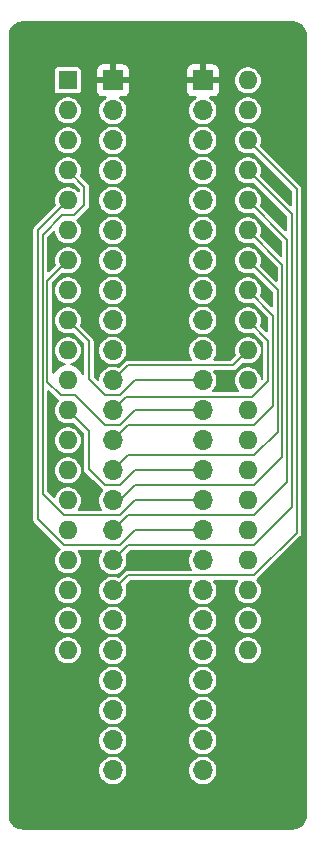
<source format=gbr>
G04 #@! TF.GenerationSoftware,KiCad,Pcbnew,8.0.4+dfsg-1*
G04 #@! TF.CreationDate,2024-12-10T11:13:45+09:00*
G04 #@! TF.ProjectId,bionic-z8691,62696f6e-6963-42d7-9a38-3639312e6b69,6*
G04 #@! TF.SameCoordinates,Original*
G04 #@! TF.FileFunction,Copper,L3,Inr*
G04 #@! TF.FilePolarity,Positive*
%FSLAX46Y46*%
G04 Gerber Fmt 4.6, Leading zero omitted, Abs format (unit mm)*
G04 Created by KiCad (PCBNEW 8.0.4+dfsg-1) date 2024-12-10 11:13:45*
%MOMM*%
%LPD*%
G01*
G04 APERTURE LIST*
G04 #@! TA.AperFunction,ComponentPad*
%ADD10R,1.600000X1.600000*%
G04 #@! TD*
G04 #@! TA.AperFunction,ComponentPad*
%ADD11O,1.600000X1.600000*%
G04 #@! TD*
G04 #@! TA.AperFunction,ComponentPad*
%ADD12O,1.700000X1.700000*%
G04 #@! TD*
G04 #@! TA.AperFunction,ComponentPad*
%ADD13R,1.700000X1.700000*%
G04 #@! TD*
G04 #@! TA.AperFunction,ViaPad*
%ADD14C,0.600000*%
G04 #@! TD*
G04 #@! TA.AperFunction,Conductor*
%ADD15C,0.200000*%
G04 #@! TD*
G04 APERTURE END LIST*
D10*
X106080000Y-75080000D03*
D11*
X106080000Y-77620000D03*
X106080000Y-80160000D03*
X106080000Y-82700000D03*
X106080000Y-85240000D03*
X106080000Y-87780000D03*
X106080000Y-90320000D03*
X106080000Y-92860000D03*
X106080000Y-95400000D03*
X106080000Y-97940000D03*
X106080000Y-100480000D03*
X106080000Y-103020000D03*
X106080000Y-105560000D03*
X106080000Y-108100000D03*
X106080000Y-110640000D03*
X106080000Y-113180000D03*
X106080000Y-115720000D03*
X106080000Y-118260000D03*
X106080000Y-120800000D03*
X106080000Y-123340000D03*
X121320000Y-123340000D03*
X121320000Y-120800000D03*
X121320000Y-118260000D03*
X121320000Y-115720000D03*
X121320000Y-113180000D03*
X121320000Y-110640000D03*
X121320000Y-108100000D03*
X121320000Y-105560000D03*
X121320000Y-103020000D03*
X121320000Y-100480000D03*
X121320000Y-97940000D03*
X121320000Y-95400000D03*
X121320000Y-92860000D03*
X121320000Y-90320000D03*
X121320000Y-87780000D03*
X121320000Y-85240000D03*
X121320000Y-82700000D03*
X121320000Y-80160000D03*
X121320000Y-77620000D03*
X121320000Y-75080000D03*
D12*
X117510000Y-133500000D03*
X117510000Y-130960000D03*
X117510000Y-128420000D03*
X117510000Y-125880000D03*
X117510000Y-123340000D03*
X117510000Y-120800000D03*
X117510000Y-118260000D03*
X117510000Y-115720000D03*
X117510000Y-113180000D03*
X117510000Y-110640000D03*
X117510000Y-108100000D03*
X117510000Y-105560000D03*
X117510000Y-103020000D03*
X117510000Y-100480000D03*
X117510000Y-97940000D03*
X117510000Y-95400000D03*
X117510000Y-92860000D03*
X117510000Y-90320000D03*
X117510000Y-87780000D03*
X117510000Y-85240000D03*
X117510000Y-82700000D03*
X117510000Y-80160000D03*
X117510000Y-77620000D03*
D13*
X117510000Y-75080000D03*
X109890000Y-75080000D03*
D12*
X109890000Y-77620000D03*
X109890000Y-80160000D03*
X109890000Y-82700000D03*
X109890000Y-85240000D03*
X109890000Y-87780000D03*
X109890000Y-90320000D03*
X109890000Y-92860000D03*
X109890000Y-95400000D03*
X109890000Y-97940000D03*
X109890000Y-100480000D03*
X109890000Y-103020000D03*
X109890000Y-105560000D03*
X109890000Y-108100000D03*
X109890000Y-110640000D03*
X109890000Y-113180000D03*
X109890000Y-115720000D03*
X109890000Y-118260000D03*
X109890000Y-120800000D03*
X109890000Y-123340000D03*
X109890000Y-125880000D03*
X109890000Y-128420000D03*
X109890000Y-130960000D03*
X109890000Y-133500000D03*
D14*
X104302000Y-78890000D03*
X104683000Y-104290000D03*
X106080000Y-73048000D03*
X121193000Y-128547000D03*
X113700000Y-123594000D03*
X113700000Y-132230000D03*
D15*
X120050000Y-99210000D02*
X111160000Y-99210000D01*
X111160000Y-99210000D02*
X109890000Y-100480000D01*
X121320000Y-97940000D02*
X120050000Y-99210000D01*
X109890000Y-103020000D02*
X111040000Y-101870000D01*
X123047200Y-100530800D02*
X123047200Y-97127200D01*
X121708000Y-101870000D02*
X123047200Y-100530800D01*
X123047200Y-97127200D02*
X121320000Y-95400000D01*
X111040000Y-101870000D02*
X121708000Y-101870000D01*
X123447200Y-94987200D02*
X123447200Y-102670800D01*
X111160000Y-104290000D02*
X109890000Y-105560000D01*
X121320000Y-92860000D02*
X123447200Y-94987200D01*
X121828000Y-104290000D02*
X111160000Y-104290000D01*
X123447200Y-102670800D02*
X121828000Y-104290000D01*
X123847200Y-104810800D02*
X123847200Y-92847200D01*
X123847200Y-92847200D02*
X121320000Y-90320000D01*
X109890000Y-108100000D02*
X111160000Y-106830000D01*
X121828000Y-106830000D02*
X123847200Y-104810800D01*
X111160000Y-106830000D02*
X121828000Y-106830000D01*
X110525000Y-110640000D02*
X109890000Y-110640000D01*
X124247200Y-106950800D02*
X121828000Y-109370000D01*
X124247200Y-90707200D02*
X124247200Y-106950800D01*
X121320000Y-87780000D02*
X124247200Y-90707200D01*
X111795000Y-109370000D02*
X110525000Y-110640000D01*
X121828000Y-109370000D02*
X111795000Y-109370000D01*
X111160000Y-111910000D02*
X121828000Y-111910000D01*
X124647200Y-88567200D02*
X121320000Y-85240000D01*
X124647200Y-109090800D02*
X124647200Y-88567200D01*
X109890000Y-113180000D02*
X111160000Y-111910000D01*
X121828000Y-111910000D02*
X124647200Y-109090800D01*
X121828000Y-114450000D02*
X111160000Y-114450000D01*
X125047200Y-86427200D02*
X125047200Y-111230800D01*
X111160000Y-114450000D02*
X109890000Y-115720000D01*
X125047200Y-111230800D02*
X121828000Y-114450000D01*
X121320000Y-82700000D02*
X125047200Y-86427200D01*
X121828000Y-116990000D02*
X111160000Y-116990000D01*
X121320000Y-80160000D02*
X125447200Y-84287200D01*
X125447200Y-113370800D02*
X121828000Y-116990000D01*
X111160000Y-116990000D02*
X109890000Y-118260000D01*
X125447200Y-84287200D02*
X125447200Y-113370800D01*
X107858000Y-97178000D02*
X106080000Y-95400000D01*
X117510000Y-100480000D02*
X111795000Y-100480000D01*
X109255000Y-101750000D02*
X107858000Y-100353000D01*
X110525000Y-101750000D02*
X109255000Y-101750000D01*
X107858000Y-100353000D02*
X107858000Y-97178000D01*
X111795000Y-100480000D02*
X110525000Y-101750000D01*
X109255000Y-104290000D02*
X106715000Y-101750000D01*
X117510000Y-103020000D02*
X111795000Y-103020000D01*
X104352800Y-92047200D02*
X106080000Y-90320000D01*
X106715000Y-101750000D02*
X105508500Y-101750000D01*
X111795000Y-103020000D02*
X110525000Y-104290000D01*
X104352800Y-100594300D02*
X104352800Y-92047200D01*
X110525000Y-104290000D02*
X109255000Y-104290000D01*
X105508500Y-101750000D02*
X104352800Y-100594300D01*
X109255000Y-109370000D02*
X107858000Y-107973000D01*
X111795000Y-108100000D02*
X110525000Y-109370000D01*
X110525000Y-109370000D02*
X109255000Y-109370000D01*
X107858000Y-104798000D02*
X106080000Y-103020000D01*
X117510000Y-108100000D02*
X111795000Y-108100000D01*
X107858000Y-107973000D02*
X107858000Y-104798000D01*
X103952800Y-88129200D02*
X105572000Y-86510000D01*
X105572000Y-86510000D02*
X106588000Y-86510000D01*
X110525000Y-111910000D02*
X105794365Y-111910000D01*
X111795000Y-110640000D02*
X110525000Y-111910000D01*
X105794365Y-111910000D02*
X103952800Y-110068435D01*
X103952800Y-110068435D02*
X103952800Y-88129200D01*
X107477000Y-85621000D02*
X107477000Y-84097000D01*
X117510000Y-110640000D02*
X111795000Y-110640000D01*
X107477000Y-84097000D02*
X106080000Y-82700000D01*
X106588000Y-86510000D02*
X107477000Y-85621000D01*
X103552800Y-87767200D02*
X106080000Y-85240000D01*
X110525000Y-114450000D02*
X105794365Y-114450000D01*
X103552800Y-112208435D02*
X103552800Y-87767200D01*
X117510000Y-113180000D02*
X111795000Y-113180000D01*
X111795000Y-113180000D02*
X110525000Y-114450000D01*
X105794365Y-114450000D02*
X103552800Y-112208435D01*
G04 #@! TA.AperFunction,Conductor*
G36*
X104522304Y-101330196D02*
G01*
X105188018Y-101995910D01*
X105188020Y-101995913D01*
X105262587Y-102070480D01*
X105262589Y-102070481D01*
X105283377Y-102082483D01*
X105324319Y-102127952D01*
X105330715Y-102188802D01*
X105300575Y-102241381D01*
X105263236Y-102275419D01*
X105140328Y-102438177D01*
X105140323Y-102438186D01*
X105058450Y-102602611D01*
X105049418Y-102620750D01*
X104993603Y-102816917D01*
X104974785Y-103020000D01*
X104993603Y-103223083D01*
X105049418Y-103419250D01*
X105140327Y-103601821D01*
X105263236Y-103764579D01*
X105413959Y-103901981D01*
X105587363Y-104009348D01*
X105777544Y-104083024D01*
X105978024Y-104120500D01*
X106181976Y-104120500D01*
X106382456Y-104083024D01*
X106462258Y-104052107D01*
X106523350Y-104048717D01*
X106568026Y-104074418D01*
X107428504Y-104934896D01*
X107456281Y-104989413D01*
X107457500Y-105004900D01*
X107457500Y-107920273D01*
X107457500Y-108025727D01*
X107463534Y-108048245D01*
X107484794Y-108127592D01*
X107537516Y-108218908D01*
X107537517Y-108218909D01*
X107537518Y-108218910D01*
X107537520Y-108218913D01*
X108243514Y-108924907D01*
X108934519Y-109615912D01*
X108934520Y-109615913D01*
X108934519Y-109615913D01*
X108976300Y-109657693D01*
X109009087Y-109690480D01*
X109023318Y-109698696D01*
X109064258Y-109744164D01*
X109070655Y-109805014D01*
X109040517Y-109857591D01*
X109036131Y-109861589D01*
X109036128Y-109861592D01*
X108907640Y-110031736D01*
X108907630Y-110031752D01*
X108894468Y-110058186D01*
X108812595Y-110222611D01*
X108807790Y-110239500D01*
X108754244Y-110427688D01*
X108754244Y-110427690D01*
X108734571Y-110640000D01*
X108754244Y-110852310D01*
X108808136Y-111041719D01*
X108812596Y-111057391D01*
X108907630Y-111248247D01*
X108907635Y-111248256D01*
X108985103Y-111350839D01*
X109005082Y-111408670D01*
X108987253Y-111467201D01*
X108938427Y-111504073D01*
X108906099Y-111509500D01*
X107001246Y-111509500D01*
X106943055Y-111490593D01*
X106907091Y-111441093D01*
X106907091Y-111379907D01*
X106922239Y-111350844D01*
X107019673Y-111221821D01*
X107110582Y-111039250D01*
X107166397Y-110843083D01*
X107185215Y-110640000D01*
X107166397Y-110436917D01*
X107110582Y-110240750D01*
X107019673Y-110058179D01*
X106896764Y-109895421D01*
X106746041Y-109758019D01*
X106572637Y-109650652D01*
X106382456Y-109576976D01*
X106382455Y-109576975D01*
X106382453Y-109576975D01*
X106181976Y-109539500D01*
X105978024Y-109539500D01*
X105777546Y-109576975D01*
X105707632Y-109604059D01*
X105587363Y-109650652D01*
X105413959Y-109758019D01*
X105263236Y-109895421D01*
X105237757Y-109929161D01*
X105140328Y-110058177D01*
X105140323Y-110058186D01*
X105049417Y-110240751D01*
X105016241Y-110357349D01*
X104982131Y-110408143D01*
X104924678Y-110429187D01*
X104865829Y-110412443D01*
X104851017Y-110400259D01*
X104382296Y-109931538D01*
X104354519Y-109877021D01*
X104353300Y-109861534D01*
X104353300Y-108100000D01*
X104974785Y-108100000D01*
X104993603Y-108303083D01*
X105049418Y-108499250D01*
X105140327Y-108681821D01*
X105263236Y-108844579D01*
X105413959Y-108981981D01*
X105587363Y-109089348D01*
X105777544Y-109163024D01*
X105978024Y-109200500D01*
X106181976Y-109200500D01*
X106382456Y-109163024D01*
X106572637Y-109089348D01*
X106746041Y-108981981D01*
X106896764Y-108844579D01*
X107019673Y-108681821D01*
X107110582Y-108499250D01*
X107166397Y-108303083D01*
X107185215Y-108100000D01*
X107166397Y-107896917D01*
X107110582Y-107700750D01*
X107019673Y-107518179D01*
X106896764Y-107355421D01*
X106746041Y-107218019D01*
X106572637Y-107110652D01*
X106382456Y-107036976D01*
X106382455Y-107036975D01*
X106382453Y-107036975D01*
X106181976Y-106999500D01*
X105978024Y-106999500D01*
X105777546Y-107036975D01*
X105737353Y-107052546D01*
X105587363Y-107110652D01*
X105437881Y-107203207D01*
X105413959Y-107218019D01*
X105263237Y-107355420D01*
X105140328Y-107518177D01*
X105140323Y-107518186D01*
X105058450Y-107682611D01*
X105049418Y-107700750D01*
X104993603Y-107896917D01*
X104974785Y-108100000D01*
X104353300Y-108100000D01*
X104353300Y-105560000D01*
X104974785Y-105560000D01*
X104993603Y-105763083D01*
X105049418Y-105959250D01*
X105140327Y-106141821D01*
X105263236Y-106304579D01*
X105413959Y-106441981D01*
X105587363Y-106549348D01*
X105777544Y-106623024D01*
X105978024Y-106660500D01*
X106181976Y-106660500D01*
X106382456Y-106623024D01*
X106572637Y-106549348D01*
X106746041Y-106441981D01*
X106896764Y-106304579D01*
X107019673Y-106141821D01*
X107110582Y-105959250D01*
X107166397Y-105763083D01*
X107185215Y-105560000D01*
X107166397Y-105356917D01*
X107110582Y-105160750D01*
X107019673Y-104978179D01*
X106896764Y-104815421D01*
X106746041Y-104678019D01*
X106572637Y-104570652D01*
X106382456Y-104496976D01*
X106382455Y-104496975D01*
X106382453Y-104496975D01*
X106181976Y-104459500D01*
X105978024Y-104459500D01*
X105777546Y-104496975D01*
X105707632Y-104524059D01*
X105587363Y-104570652D01*
X105413959Y-104678019D01*
X105263236Y-104815421D01*
X105230543Y-104858714D01*
X105140328Y-104978177D01*
X105140323Y-104978186D01*
X105058450Y-105142611D01*
X105049418Y-105160750D01*
X104993603Y-105356917D01*
X104974785Y-105560000D01*
X104353300Y-105560000D01*
X104353300Y-101400200D01*
X104372207Y-101342009D01*
X104421707Y-101306045D01*
X104482893Y-101306045D01*
X104522304Y-101330196D01*
G37*
G04 #@! TD.AperFunction*
G04 #@! TA.AperFunction,Conductor*
G36*
X125133875Y-70075805D02*
G01*
X125309097Y-70089594D01*
X125324430Y-70092023D01*
X125491550Y-70132145D01*
X125506317Y-70136943D01*
X125665104Y-70202715D01*
X125678926Y-70209758D01*
X125825469Y-70299560D01*
X125838032Y-70308688D01*
X125968717Y-70420303D01*
X125979699Y-70431285D01*
X126091311Y-70561967D01*
X126100440Y-70574532D01*
X126190238Y-70721068D01*
X126197287Y-70734902D01*
X126263054Y-70893678D01*
X126267855Y-70908453D01*
X126307975Y-71075564D01*
X126310405Y-71090907D01*
X126324195Y-71266123D01*
X126324500Y-71273891D01*
X126324500Y-137306108D01*
X126324195Y-137313876D01*
X126310405Y-137489092D01*
X126307975Y-137504435D01*
X126267855Y-137671546D01*
X126263054Y-137686321D01*
X126197287Y-137845097D01*
X126190234Y-137858939D01*
X126100442Y-138005465D01*
X126091311Y-138018032D01*
X125979699Y-138148714D01*
X125968714Y-138159699D01*
X125838032Y-138271311D01*
X125825465Y-138280442D01*
X125678939Y-138370234D01*
X125665097Y-138377287D01*
X125506321Y-138443054D01*
X125491546Y-138447855D01*
X125324435Y-138487975D01*
X125309092Y-138490405D01*
X125149743Y-138502946D01*
X125133874Y-138504195D01*
X125126108Y-138504500D01*
X102273892Y-138504500D01*
X102266125Y-138504195D01*
X102247014Y-138502691D01*
X102090907Y-138490405D01*
X102075564Y-138487975D01*
X101908453Y-138447855D01*
X101893678Y-138443054D01*
X101734902Y-138377287D01*
X101721068Y-138370238D01*
X101574532Y-138280440D01*
X101561967Y-138271311D01*
X101462706Y-138186535D01*
X101431282Y-138159696D01*
X101420303Y-138148717D01*
X101308688Y-138018032D01*
X101299560Y-138005469D01*
X101209758Y-137858926D01*
X101202715Y-137845104D01*
X101136943Y-137686317D01*
X101132144Y-137671546D01*
X101092024Y-137504435D01*
X101089594Y-137489097D01*
X101075805Y-137313875D01*
X101075500Y-137306108D01*
X101075500Y-133500000D01*
X108734571Y-133500000D01*
X108754244Y-133712310D01*
X108812595Y-133917389D01*
X108907634Y-134108255D01*
X109036128Y-134278407D01*
X109036135Y-134278413D01*
X109193692Y-134422047D01*
X109193699Y-134422053D01*
X109297389Y-134486255D01*
X109374981Y-134534298D01*
X109573802Y-134611321D01*
X109783390Y-134650500D01*
X109996610Y-134650500D01*
X110206198Y-134611321D01*
X110405019Y-134534298D01*
X110586302Y-134422052D01*
X110743872Y-134278407D01*
X110872366Y-134108255D01*
X110967405Y-133917389D01*
X111025756Y-133712310D01*
X111045429Y-133500000D01*
X116354571Y-133500000D01*
X116374244Y-133712310D01*
X116432595Y-133917389D01*
X116527634Y-134108255D01*
X116656128Y-134278407D01*
X116656135Y-134278413D01*
X116813692Y-134422047D01*
X116813699Y-134422053D01*
X116917389Y-134486255D01*
X116994981Y-134534298D01*
X117193802Y-134611321D01*
X117403390Y-134650500D01*
X117616610Y-134650500D01*
X117826198Y-134611321D01*
X118025019Y-134534298D01*
X118206302Y-134422052D01*
X118363872Y-134278407D01*
X118492366Y-134108255D01*
X118587405Y-133917389D01*
X118645756Y-133712310D01*
X118665429Y-133500000D01*
X118645756Y-133287690D01*
X118587405Y-133082611D01*
X118492366Y-132891745D01*
X118363872Y-132721593D01*
X118309623Y-132672139D01*
X118206307Y-132577952D01*
X118206300Y-132577946D01*
X118025024Y-132465705D01*
X118025019Y-132465702D01*
X117826195Y-132388678D01*
X117616610Y-132349500D01*
X117403390Y-132349500D01*
X117193804Y-132388678D01*
X116994980Y-132465702D01*
X116994975Y-132465705D01*
X116813699Y-132577946D01*
X116813692Y-132577952D01*
X116656135Y-132721586D01*
X116656131Y-132721589D01*
X116656128Y-132721593D01*
X116656125Y-132721597D01*
X116527635Y-132891743D01*
X116527630Y-132891752D01*
X116432596Y-133082608D01*
X116374244Y-133287688D01*
X116374244Y-133287690D01*
X116354571Y-133500000D01*
X111045429Y-133500000D01*
X111025756Y-133287690D01*
X110967405Y-133082611D01*
X110872366Y-132891745D01*
X110743872Y-132721593D01*
X110689623Y-132672139D01*
X110586307Y-132577952D01*
X110586300Y-132577946D01*
X110405024Y-132465705D01*
X110405019Y-132465702D01*
X110206195Y-132388678D01*
X109996610Y-132349500D01*
X109783390Y-132349500D01*
X109573804Y-132388678D01*
X109374980Y-132465702D01*
X109374975Y-132465705D01*
X109193699Y-132577946D01*
X109193692Y-132577952D01*
X109036135Y-132721586D01*
X109036131Y-132721589D01*
X109036128Y-132721593D01*
X109036125Y-132721597D01*
X108907635Y-132891743D01*
X108907630Y-132891752D01*
X108812596Y-133082608D01*
X108754244Y-133287688D01*
X108754244Y-133287690D01*
X108734571Y-133500000D01*
X101075500Y-133500000D01*
X101075500Y-130960000D01*
X108734571Y-130960000D01*
X108754244Y-131172310D01*
X108812595Y-131377389D01*
X108907634Y-131568255D01*
X109036128Y-131738407D01*
X109036135Y-131738413D01*
X109193692Y-131882047D01*
X109193699Y-131882053D01*
X109297389Y-131946255D01*
X109374981Y-131994298D01*
X109573802Y-132071321D01*
X109783390Y-132110500D01*
X109996610Y-132110500D01*
X110206198Y-132071321D01*
X110405019Y-131994298D01*
X110586302Y-131882052D01*
X110743872Y-131738407D01*
X110872366Y-131568255D01*
X110967405Y-131377389D01*
X111025756Y-131172310D01*
X111045429Y-130960000D01*
X116354571Y-130960000D01*
X116374244Y-131172310D01*
X116432595Y-131377389D01*
X116527634Y-131568255D01*
X116656128Y-131738407D01*
X116656135Y-131738413D01*
X116813692Y-131882047D01*
X116813699Y-131882053D01*
X116917389Y-131946255D01*
X116994981Y-131994298D01*
X117193802Y-132071321D01*
X117403390Y-132110500D01*
X117616610Y-132110500D01*
X117826198Y-132071321D01*
X118025019Y-131994298D01*
X118206302Y-131882052D01*
X118363872Y-131738407D01*
X118492366Y-131568255D01*
X118587405Y-131377389D01*
X118645756Y-131172310D01*
X118665429Y-130960000D01*
X118645756Y-130747690D01*
X118587405Y-130542611D01*
X118492366Y-130351745D01*
X118363872Y-130181593D01*
X118309623Y-130132139D01*
X118206307Y-130037952D01*
X118206300Y-130037946D01*
X118025024Y-129925705D01*
X118025019Y-129925702D01*
X117826195Y-129848678D01*
X117616610Y-129809500D01*
X117403390Y-129809500D01*
X117193804Y-129848678D01*
X116994980Y-129925702D01*
X116994975Y-129925705D01*
X116813699Y-130037946D01*
X116813692Y-130037952D01*
X116656135Y-130181586D01*
X116656131Y-130181589D01*
X116656128Y-130181593D01*
X116656125Y-130181597D01*
X116527635Y-130351743D01*
X116527630Y-130351752D01*
X116432596Y-130542608D01*
X116374244Y-130747688D01*
X116374244Y-130747690D01*
X116354571Y-130960000D01*
X111045429Y-130960000D01*
X111025756Y-130747690D01*
X110967405Y-130542611D01*
X110872366Y-130351745D01*
X110743872Y-130181593D01*
X110689623Y-130132139D01*
X110586307Y-130037952D01*
X110586300Y-130037946D01*
X110405024Y-129925705D01*
X110405019Y-129925702D01*
X110206195Y-129848678D01*
X109996610Y-129809500D01*
X109783390Y-129809500D01*
X109573804Y-129848678D01*
X109374980Y-129925702D01*
X109374975Y-129925705D01*
X109193699Y-130037946D01*
X109193692Y-130037952D01*
X109036135Y-130181586D01*
X109036131Y-130181589D01*
X109036128Y-130181593D01*
X109036125Y-130181597D01*
X108907635Y-130351743D01*
X108907630Y-130351752D01*
X108812596Y-130542608D01*
X108754244Y-130747688D01*
X108754244Y-130747690D01*
X108734571Y-130960000D01*
X101075500Y-130960000D01*
X101075500Y-128420000D01*
X108734571Y-128420000D01*
X108754244Y-128632310D01*
X108812595Y-128837389D01*
X108907634Y-129028255D01*
X109036128Y-129198407D01*
X109036135Y-129198413D01*
X109193692Y-129342047D01*
X109193699Y-129342053D01*
X109297389Y-129406255D01*
X109374981Y-129454298D01*
X109573802Y-129531321D01*
X109783390Y-129570500D01*
X109996610Y-129570500D01*
X110206198Y-129531321D01*
X110405019Y-129454298D01*
X110586302Y-129342052D01*
X110743872Y-129198407D01*
X110872366Y-129028255D01*
X110967405Y-128837389D01*
X111025756Y-128632310D01*
X111045429Y-128420000D01*
X116354571Y-128420000D01*
X116374244Y-128632310D01*
X116432595Y-128837389D01*
X116527634Y-129028255D01*
X116656128Y-129198407D01*
X116656135Y-129198413D01*
X116813692Y-129342047D01*
X116813699Y-129342053D01*
X116917389Y-129406255D01*
X116994981Y-129454298D01*
X117193802Y-129531321D01*
X117403390Y-129570500D01*
X117616610Y-129570500D01*
X117826198Y-129531321D01*
X118025019Y-129454298D01*
X118206302Y-129342052D01*
X118363872Y-129198407D01*
X118492366Y-129028255D01*
X118587405Y-128837389D01*
X118645756Y-128632310D01*
X118665429Y-128420000D01*
X118645756Y-128207690D01*
X118587405Y-128002611D01*
X118492366Y-127811745D01*
X118363872Y-127641593D01*
X118309623Y-127592139D01*
X118206307Y-127497952D01*
X118206300Y-127497946D01*
X118025024Y-127385705D01*
X118025019Y-127385702D01*
X117826195Y-127308678D01*
X117616610Y-127269500D01*
X117403390Y-127269500D01*
X117193804Y-127308678D01*
X116994980Y-127385702D01*
X116994975Y-127385705D01*
X116813699Y-127497946D01*
X116813692Y-127497952D01*
X116656135Y-127641586D01*
X116656131Y-127641589D01*
X116656128Y-127641593D01*
X116656125Y-127641597D01*
X116527635Y-127811743D01*
X116527630Y-127811752D01*
X116432596Y-128002608D01*
X116374244Y-128207688D01*
X116374244Y-128207690D01*
X116354571Y-128420000D01*
X111045429Y-128420000D01*
X111025756Y-128207690D01*
X110967405Y-128002611D01*
X110872366Y-127811745D01*
X110743872Y-127641593D01*
X110689623Y-127592139D01*
X110586307Y-127497952D01*
X110586300Y-127497946D01*
X110405024Y-127385705D01*
X110405019Y-127385702D01*
X110206195Y-127308678D01*
X109996610Y-127269500D01*
X109783390Y-127269500D01*
X109573804Y-127308678D01*
X109374980Y-127385702D01*
X109374975Y-127385705D01*
X109193699Y-127497946D01*
X109193692Y-127497952D01*
X109036135Y-127641586D01*
X109036131Y-127641589D01*
X109036128Y-127641593D01*
X109036125Y-127641597D01*
X108907635Y-127811743D01*
X108907630Y-127811752D01*
X108812596Y-128002608D01*
X108754244Y-128207688D01*
X108754244Y-128207690D01*
X108734571Y-128420000D01*
X101075500Y-128420000D01*
X101075500Y-125880000D01*
X108734571Y-125880000D01*
X108754244Y-126092310D01*
X108812595Y-126297389D01*
X108907634Y-126488255D01*
X109036128Y-126658407D01*
X109036135Y-126658413D01*
X109193692Y-126802047D01*
X109193699Y-126802053D01*
X109297389Y-126866255D01*
X109374981Y-126914298D01*
X109573802Y-126991321D01*
X109783390Y-127030500D01*
X109996610Y-127030500D01*
X110206198Y-126991321D01*
X110405019Y-126914298D01*
X110586302Y-126802052D01*
X110743872Y-126658407D01*
X110872366Y-126488255D01*
X110967405Y-126297389D01*
X111025756Y-126092310D01*
X111045429Y-125880000D01*
X116354571Y-125880000D01*
X116374244Y-126092310D01*
X116432595Y-126297389D01*
X116527634Y-126488255D01*
X116656128Y-126658407D01*
X116656135Y-126658413D01*
X116813692Y-126802047D01*
X116813699Y-126802053D01*
X116917389Y-126866255D01*
X116994981Y-126914298D01*
X117193802Y-126991321D01*
X117403390Y-127030500D01*
X117616610Y-127030500D01*
X117826198Y-126991321D01*
X118025019Y-126914298D01*
X118206302Y-126802052D01*
X118363872Y-126658407D01*
X118492366Y-126488255D01*
X118587405Y-126297389D01*
X118645756Y-126092310D01*
X118665429Y-125880000D01*
X118645756Y-125667690D01*
X118587405Y-125462611D01*
X118492366Y-125271745D01*
X118363872Y-125101593D01*
X118309623Y-125052139D01*
X118206307Y-124957952D01*
X118206300Y-124957946D01*
X118025024Y-124845705D01*
X118025019Y-124845702D01*
X117826195Y-124768678D01*
X117616610Y-124729500D01*
X117403390Y-124729500D01*
X117193804Y-124768678D01*
X116994980Y-124845702D01*
X116994975Y-124845705D01*
X116813699Y-124957946D01*
X116813692Y-124957952D01*
X116656135Y-125101586D01*
X116656131Y-125101589D01*
X116656128Y-125101593D01*
X116656125Y-125101597D01*
X116527635Y-125271743D01*
X116527630Y-125271752D01*
X116432596Y-125462608D01*
X116374244Y-125667688D01*
X116374244Y-125667690D01*
X116354571Y-125880000D01*
X111045429Y-125880000D01*
X111025756Y-125667690D01*
X110967405Y-125462611D01*
X110872366Y-125271745D01*
X110743872Y-125101593D01*
X110689623Y-125052139D01*
X110586307Y-124957952D01*
X110586300Y-124957946D01*
X110405024Y-124845705D01*
X110405019Y-124845702D01*
X110206195Y-124768678D01*
X109996610Y-124729500D01*
X109783390Y-124729500D01*
X109573804Y-124768678D01*
X109374980Y-124845702D01*
X109374975Y-124845705D01*
X109193699Y-124957946D01*
X109193692Y-124957952D01*
X109036135Y-125101586D01*
X109036131Y-125101589D01*
X109036128Y-125101593D01*
X109036125Y-125101597D01*
X108907635Y-125271743D01*
X108907630Y-125271752D01*
X108812596Y-125462608D01*
X108754244Y-125667688D01*
X108754244Y-125667690D01*
X108734571Y-125880000D01*
X101075500Y-125880000D01*
X101075500Y-123340000D01*
X104974785Y-123340000D01*
X104993603Y-123543083D01*
X105049418Y-123739250D01*
X105140327Y-123921821D01*
X105263236Y-124084579D01*
X105413959Y-124221981D01*
X105587363Y-124329348D01*
X105777544Y-124403024D01*
X105978024Y-124440500D01*
X106181976Y-124440500D01*
X106382456Y-124403024D01*
X106572637Y-124329348D01*
X106746041Y-124221981D01*
X106896764Y-124084579D01*
X107019673Y-123921821D01*
X107110582Y-123739250D01*
X107166397Y-123543083D01*
X107185215Y-123340000D01*
X108734571Y-123340000D01*
X108754244Y-123552310D01*
X108812595Y-123757389D01*
X108907634Y-123948255D01*
X109036128Y-124118407D01*
X109036135Y-124118413D01*
X109193692Y-124262047D01*
X109193699Y-124262053D01*
X109297389Y-124326255D01*
X109374981Y-124374298D01*
X109573802Y-124451321D01*
X109783390Y-124490500D01*
X109996610Y-124490500D01*
X110206198Y-124451321D01*
X110405019Y-124374298D01*
X110586302Y-124262052D01*
X110743872Y-124118407D01*
X110872366Y-123948255D01*
X110967405Y-123757389D01*
X111025756Y-123552310D01*
X111045429Y-123340000D01*
X116354571Y-123340000D01*
X116374244Y-123552310D01*
X116432595Y-123757389D01*
X116527634Y-123948255D01*
X116656128Y-124118407D01*
X116656135Y-124118413D01*
X116813692Y-124262047D01*
X116813699Y-124262053D01*
X116917389Y-124326255D01*
X116994981Y-124374298D01*
X117193802Y-124451321D01*
X117403390Y-124490500D01*
X117616610Y-124490500D01*
X117826198Y-124451321D01*
X118025019Y-124374298D01*
X118206302Y-124262052D01*
X118363872Y-124118407D01*
X118492366Y-123948255D01*
X118587405Y-123757389D01*
X118645756Y-123552310D01*
X118665429Y-123340000D01*
X120214785Y-123340000D01*
X120233603Y-123543083D01*
X120289418Y-123739250D01*
X120380327Y-123921821D01*
X120503236Y-124084579D01*
X120653959Y-124221981D01*
X120827363Y-124329348D01*
X121017544Y-124403024D01*
X121218024Y-124440500D01*
X121421976Y-124440500D01*
X121622456Y-124403024D01*
X121812637Y-124329348D01*
X121986041Y-124221981D01*
X122136764Y-124084579D01*
X122259673Y-123921821D01*
X122350582Y-123739250D01*
X122406397Y-123543083D01*
X122425215Y-123340000D01*
X122406397Y-123136917D01*
X122350582Y-122940750D01*
X122259673Y-122758179D01*
X122136764Y-122595421D01*
X121986041Y-122458019D01*
X121812637Y-122350652D01*
X121622456Y-122276976D01*
X121622455Y-122276975D01*
X121622453Y-122276975D01*
X121421976Y-122239500D01*
X121218024Y-122239500D01*
X121017546Y-122276975D01*
X120947632Y-122304059D01*
X120827363Y-122350652D01*
X120718676Y-122417948D01*
X120653959Y-122458019D01*
X120503237Y-122595420D01*
X120380328Y-122758177D01*
X120380323Y-122758186D01*
X120298450Y-122922611D01*
X120289418Y-122940750D01*
X120233603Y-123136917D01*
X120214785Y-123340000D01*
X118665429Y-123340000D01*
X118645756Y-123127690D01*
X118587405Y-122922611D01*
X118492366Y-122731745D01*
X118363872Y-122561593D01*
X118309623Y-122512139D01*
X118206307Y-122417952D01*
X118206300Y-122417946D01*
X118025024Y-122305705D01*
X118025019Y-122305702D01*
X117826195Y-122228678D01*
X117616610Y-122189500D01*
X117403390Y-122189500D01*
X117193804Y-122228678D01*
X116994980Y-122305702D01*
X116994975Y-122305705D01*
X116813699Y-122417946D01*
X116813692Y-122417952D01*
X116656135Y-122561586D01*
X116656131Y-122561589D01*
X116656128Y-122561593D01*
X116656125Y-122561597D01*
X116527635Y-122731743D01*
X116527630Y-122731752D01*
X116432596Y-122922608D01*
X116374244Y-123127688D01*
X116374244Y-123127690D01*
X116354571Y-123340000D01*
X111045429Y-123340000D01*
X111025756Y-123127690D01*
X110967405Y-122922611D01*
X110872366Y-122731745D01*
X110743872Y-122561593D01*
X110689623Y-122512139D01*
X110586307Y-122417952D01*
X110586300Y-122417946D01*
X110405024Y-122305705D01*
X110405019Y-122305702D01*
X110206195Y-122228678D01*
X109996610Y-122189500D01*
X109783390Y-122189500D01*
X109573804Y-122228678D01*
X109374980Y-122305702D01*
X109374975Y-122305705D01*
X109193699Y-122417946D01*
X109193692Y-122417952D01*
X109036135Y-122561586D01*
X109036131Y-122561589D01*
X109036128Y-122561593D01*
X109036125Y-122561597D01*
X108907635Y-122731743D01*
X108907630Y-122731752D01*
X108812596Y-122922608D01*
X108754244Y-123127688D01*
X108754244Y-123127690D01*
X108734571Y-123340000D01*
X107185215Y-123340000D01*
X107166397Y-123136917D01*
X107110582Y-122940750D01*
X107019673Y-122758179D01*
X106896764Y-122595421D01*
X106746041Y-122458019D01*
X106572637Y-122350652D01*
X106382456Y-122276976D01*
X106382455Y-122276975D01*
X106382453Y-122276975D01*
X106181976Y-122239500D01*
X105978024Y-122239500D01*
X105777546Y-122276975D01*
X105707632Y-122304059D01*
X105587363Y-122350652D01*
X105478676Y-122417948D01*
X105413959Y-122458019D01*
X105263237Y-122595420D01*
X105140328Y-122758177D01*
X105140323Y-122758186D01*
X105058450Y-122922611D01*
X105049418Y-122940750D01*
X104993603Y-123136917D01*
X104974785Y-123340000D01*
X101075500Y-123340000D01*
X101075500Y-120800000D01*
X104974785Y-120800000D01*
X104993603Y-121003083D01*
X105049418Y-121199250D01*
X105140327Y-121381821D01*
X105263236Y-121544579D01*
X105413959Y-121681981D01*
X105587363Y-121789348D01*
X105777544Y-121863024D01*
X105978024Y-121900500D01*
X106181976Y-121900500D01*
X106382456Y-121863024D01*
X106572637Y-121789348D01*
X106746041Y-121681981D01*
X106896764Y-121544579D01*
X107019673Y-121381821D01*
X107110582Y-121199250D01*
X107166397Y-121003083D01*
X107185215Y-120800000D01*
X108734571Y-120800000D01*
X108754244Y-121012310D01*
X108812595Y-121217389D01*
X108907634Y-121408255D01*
X109036128Y-121578407D01*
X109036135Y-121578413D01*
X109193692Y-121722047D01*
X109193699Y-121722053D01*
X109297389Y-121786255D01*
X109374981Y-121834298D01*
X109573802Y-121911321D01*
X109783390Y-121950500D01*
X109996610Y-121950500D01*
X110206198Y-121911321D01*
X110405019Y-121834298D01*
X110586302Y-121722052D01*
X110743872Y-121578407D01*
X110872366Y-121408255D01*
X110967405Y-121217389D01*
X111025756Y-121012310D01*
X111045429Y-120800000D01*
X116354571Y-120800000D01*
X116374244Y-121012310D01*
X116432595Y-121217389D01*
X116527634Y-121408255D01*
X116656128Y-121578407D01*
X116656135Y-121578413D01*
X116813692Y-121722047D01*
X116813699Y-121722053D01*
X116917389Y-121786255D01*
X116994981Y-121834298D01*
X117193802Y-121911321D01*
X117403390Y-121950500D01*
X117616610Y-121950500D01*
X117826198Y-121911321D01*
X118025019Y-121834298D01*
X118206302Y-121722052D01*
X118363872Y-121578407D01*
X118492366Y-121408255D01*
X118587405Y-121217389D01*
X118645756Y-121012310D01*
X118665429Y-120800000D01*
X120214785Y-120800000D01*
X120233603Y-121003083D01*
X120289418Y-121199250D01*
X120380327Y-121381821D01*
X120503236Y-121544579D01*
X120653959Y-121681981D01*
X120827363Y-121789348D01*
X121017544Y-121863024D01*
X121218024Y-121900500D01*
X121421976Y-121900500D01*
X121622456Y-121863024D01*
X121812637Y-121789348D01*
X121986041Y-121681981D01*
X122136764Y-121544579D01*
X122259673Y-121381821D01*
X122350582Y-121199250D01*
X122406397Y-121003083D01*
X122425215Y-120800000D01*
X122406397Y-120596917D01*
X122350582Y-120400750D01*
X122259673Y-120218179D01*
X122136764Y-120055421D01*
X121986041Y-119918019D01*
X121812637Y-119810652D01*
X121622456Y-119736976D01*
X121622455Y-119736975D01*
X121622453Y-119736975D01*
X121421976Y-119699500D01*
X121218024Y-119699500D01*
X121017546Y-119736975D01*
X120947632Y-119764059D01*
X120827363Y-119810652D01*
X120718676Y-119877948D01*
X120653959Y-119918019D01*
X120503237Y-120055420D01*
X120380328Y-120218177D01*
X120380323Y-120218186D01*
X120298450Y-120382611D01*
X120289418Y-120400750D01*
X120233603Y-120596917D01*
X120214785Y-120800000D01*
X118665429Y-120800000D01*
X118645756Y-120587690D01*
X118587405Y-120382611D01*
X118492366Y-120191745D01*
X118363872Y-120021593D01*
X118309623Y-119972139D01*
X118206307Y-119877952D01*
X118206300Y-119877946D01*
X118025024Y-119765705D01*
X118025019Y-119765702D01*
X117826195Y-119688678D01*
X117616610Y-119649500D01*
X117403390Y-119649500D01*
X117193804Y-119688678D01*
X116994980Y-119765702D01*
X116994975Y-119765705D01*
X116813699Y-119877946D01*
X116813692Y-119877952D01*
X116656135Y-120021586D01*
X116656131Y-120021589D01*
X116656128Y-120021593D01*
X116656125Y-120021597D01*
X116527635Y-120191743D01*
X116527630Y-120191752D01*
X116432596Y-120382608D01*
X116374244Y-120587688D01*
X116374244Y-120587690D01*
X116354571Y-120800000D01*
X111045429Y-120800000D01*
X111025756Y-120587690D01*
X110967405Y-120382611D01*
X110872366Y-120191745D01*
X110743872Y-120021593D01*
X110689623Y-119972139D01*
X110586307Y-119877952D01*
X110586300Y-119877946D01*
X110405024Y-119765705D01*
X110405019Y-119765702D01*
X110206195Y-119688678D01*
X109996610Y-119649500D01*
X109783390Y-119649500D01*
X109573804Y-119688678D01*
X109374980Y-119765702D01*
X109374975Y-119765705D01*
X109193699Y-119877946D01*
X109193692Y-119877952D01*
X109036135Y-120021586D01*
X109036131Y-120021589D01*
X109036128Y-120021593D01*
X109036125Y-120021597D01*
X108907635Y-120191743D01*
X108907630Y-120191752D01*
X108812596Y-120382608D01*
X108754244Y-120587688D01*
X108754244Y-120587690D01*
X108734571Y-120800000D01*
X107185215Y-120800000D01*
X107166397Y-120596917D01*
X107110582Y-120400750D01*
X107019673Y-120218179D01*
X106896764Y-120055421D01*
X106746041Y-119918019D01*
X106572637Y-119810652D01*
X106382456Y-119736976D01*
X106382455Y-119736975D01*
X106382453Y-119736975D01*
X106181976Y-119699500D01*
X105978024Y-119699500D01*
X105777546Y-119736975D01*
X105707632Y-119764059D01*
X105587363Y-119810652D01*
X105478676Y-119877948D01*
X105413959Y-119918019D01*
X105263237Y-120055420D01*
X105140328Y-120218177D01*
X105140323Y-120218186D01*
X105058450Y-120382611D01*
X105049418Y-120400750D01*
X104993603Y-120596917D01*
X104974785Y-120800000D01*
X101075500Y-120800000D01*
X101075500Y-118260000D01*
X104974785Y-118260000D01*
X104993603Y-118463083D01*
X105049418Y-118659250D01*
X105140327Y-118841821D01*
X105263236Y-119004579D01*
X105413959Y-119141981D01*
X105587363Y-119249348D01*
X105777544Y-119323024D01*
X105978024Y-119360500D01*
X106181976Y-119360500D01*
X106382456Y-119323024D01*
X106572637Y-119249348D01*
X106746041Y-119141981D01*
X106896764Y-119004579D01*
X107019673Y-118841821D01*
X107110582Y-118659250D01*
X107166397Y-118463083D01*
X107185215Y-118260000D01*
X107166397Y-118056917D01*
X107110582Y-117860750D01*
X107019673Y-117678179D01*
X106896764Y-117515421D01*
X106746041Y-117378019D01*
X106572637Y-117270652D01*
X106382456Y-117196976D01*
X106382455Y-117196975D01*
X106382453Y-117196975D01*
X106181976Y-117159500D01*
X105978024Y-117159500D01*
X105777546Y-117196975D01*
X105737353Y-117212546D01*
X105587363Y-117270652D01*
X105437881Y-117363207D01*
X105413959Y-117378019D01*
X105263237Y-117515420D01*
X105140328Y-117678177D01*
X105140323Y-117678186D01*
X105058450Y-117842611D01*
X105049418Y-117860750D01*
X104993603Y-118056917D01*
X104974785Y-118260000D01*
X101075500Y-118260000D01*
X101075500Y-87714473D01*
X103152300Y-87714473D01*
X103152300Y-112155708D01*
X103152300Y-112261162D01*
X103166974Y-112315927D01*
X103179594Y-112363027D01*
X103232316Y-112454343D01*
X103232318Y-112454345D01*
X103232320Y-112454348D01*
X104357223Y-113579250D01*
X105450355Y-114672382D01*
X105478132Y-114726899D01*
X105468561Y-114787331D01*
X105432470Y-114826556D01*
X105413966Y-114838013D01*
X105413963Y-114838015D01*
X105263237Y-114975420D01*
X105140328Y-115138177D01*
X105140323Y-115138186D01*
X105058450Y-115302611D01*
X105049418Y-115320750D01*
X104993603Y-115516917D01*
X104974785Y-115720000D01*
X104993603Y-115923083D01*
X105049418Y-116119250D01*
X105140327Y-116301821D01*
X105263236Y-116464579D01*
X105413959Y-116601981D01*
X105587363Y-116709348D01*
X105777544Y-116783024D01*
X105978024Y-116820500D01*
X106181976Y-116820500D01*
X106382456Y-116783024D01*
X106572637Y-116709348D01*
X106746041Y-116601981D01*
X106896764Y-116464579D01*
X107019673Y-116301821D01*
X107110582Y-116119250D01*
X107166397Y-115923083D01*
X107185215Y-115720000D01*
X107166397Y-115516917D01*
X107110582Y-115320750D01*
X107019673Y-115138179D01*
X106922240Y-115009157D01*
X106902263Y-114951330D01*
X106920092Y-114892799D01*
X106968918Y-114855927D01*
X107001246Y-114850500D01*
X108906099Y-114850500D01*
X108964290Y-114869407D01*
X109000254Y-114918907D01*
X109000254Y-114980093D01*
X108985103Y-115009161D01*
X108907635Y-115111743D01*
X108907630Y-115111752D01*
X108812596Y-115302608D01*
X108754244Y-115507688D01*
X108754244Y-115507690D01*
X108734571Y-115720000D01*
X108754244Y-115932310D01*
X108812595Y-116137389D01*
X108907634Y-116328255D01*
X109036128Y-116498407D01*
X109036135Y-116498413D01*
X109193692Y-116642047D01*
X109193699Y-116642053D01*
X109238060Y-116669520D01*
X109374981Y-116754298D01*
X109573802Y-116831321D01*
X109783390Y-116870500D01*
X109996610Y-116870500D01*
X110206198Y-116831321D01*
X110405019Y-116754298D01*
X110586302Y-116642052D01*
X110743872Y-116498407D01*
X110872366Y-116328255D01*
X110967405Y-116137389D01*
X111025756Y-115932310D01*
X111045429Y-115720000D01*
X111025756Y-115507690D01*
X110967405Y-115302611D01*
X110967401Y-115302604D01*
X110965752Y-115298344D01*
X110967129Y-115297810D01*
X110959021Y-115243350D01*
X110986649Y-115189742D01*
X111296897Y-114879496D01*
X111351413Y-114851719D01*
X111366900Y-114850500D01*
X116526099Y-114850500D01*
X116584290Y-114869407D01*
X116620254Y-114918907D01*
X116620254Y-114980093D01*
X116605103Y-115009161D01*
X116527635Y-115111743D01*
X116527630Y-115111752D01*
X116432596Y-115302608D01*
X116374244Y-115507688D01*
X116374244Y-115507690D01*
X116354571Y-115720000D01*
X116374244Y-115932310D01*
X116427434Y-116119252D01*
X116432596Y-116137391D01*
X116527630Y-116328247D01*
X116527635Y-116328256D01*
X116605103Y-116430839D01*
X116625082Y-116488670D01*
X116607253Y-116547201D01*
X116558427Y-116584073D01*
X116526099Y-116589500D01*
X111212727Y-116589500D01*
X111107273Y-116589500D01*
X111044929Y-116606204D01*
X111005407Y-116616794D01*
X110914091Y-116669516D01*
X110914086Y-116669520D01*
X110416672Y-117166932D01*
X110362156Y-117194709D01*
X110310907Y-117189243D01*
X110206198Y-117148679D01*
X110206197Y-117148678D01*
X110206195Y-117148678D01*
X109996610Y-117109500D01*
X109783390Y-117109500D01*
X109573804Y-117148678D01*
X109374980Y-117225702D01*
X109374975Y-117225705D01*
X109193699Y-117337946D01*
X109193692Y-117337952D01*
X109036135Y-117481586D01*
X109036131Y-117481589D01*
X109036128Y-117481593D01*
X109036125Y-117481597D01*
X108907635Y-117651743D01*
X108907630Y-117651752D01*
X108812596Y-117842608D01*
X108754244Y-118047688D01*
X108754244Y-118047690D01*
X108734571Y-118260000D01*
X108754244Y-118472310D01*
X108812595Y-118677389D01*
X108907634Y-118868255D01*
X109036128Y-119038407D01*
X109036135Y-119038413D01*
X109193692Y-119182047D01*
X109193699Y-119182053D01*
X109297389Y-119246255D01*
X109374981Y-119294298D01*
X109573802Y-119371321D01*
X109783390Y-119410500D01*
X109996610Y-119410500D01*
X110206198Y-119371321D01*
X110405019Y-119294298D01*
X110586302Y-119182052D01*
X110743872Y-119038407D01*
X110872366Y-118868255D01*
X110967405Y-118677389D01*
X111025756Y-118472310D01*
X111045429Y-118260000D01*
X111025756Y-118047690D01*
X110967405Y-117842611D01*
X110967401Y-117842604D01*
X110965752Y-117838344D01*
X110967129Y-117837810D01*
X110959021Y-117783350D01*
X110986649Y-117729742D01*
X111296897Y-117419496D01*
X111351413Y-117391719D01*
X111366900Y-117390500D01*
X116526099Y-117390500D01*
X116584290Y-117409407D01*
X116620254Y-117458907D01*
X116620254Y-117520093D01*
X116605103Y-117549161D01*
X116527635Y-117651743D01*
X116527630Y-117651752D01*
X116432596Y-117842608D01*
X116374244Y-118047688D01*
X116374244Y-118047690D01*
X116354571Y-118260000D01*
X116374244Y-118472310D01*
X116432595Y-118677389D01*
X116527634Y-118868255D01*
X116656128Y-119038407D01*
X116656135Y-119038413D01*
X116813692Y-119182047D01*
X116813699Y-119182053D01*
X116917389Y-119246255D01*
X116994981Y-119294298D01*
X117193802Y-119371321D01*
X117403390Y-119410500D01*
X117616610Y-119410500D01*
X117826198Y-119371321D01*
X118025019Y-119294298D01*
X118206302Y-119182052D01*
X118363872Y-119038407D01*
X118492366Y-118868255D01*
X118587405Y-118677389D01*
X118645756Y-118472310D01*
X118665429Y-118260000D01*
X118645756Y-118047690D01*
X118587405Y-117842611D01*
X118492366Y-117651745D01*
X118414896Y-117549159D01*
X118394918Y-117491330D01*
X118412747Y-117432799D01*
X118461573Y-117395927D01*
X118493901Y-117390500D01*
X120398754Y-117390500D01*
X120456945Y-117409407D01*
X120492909Y-117458907D01*
X120492909Y-117520093D01*
X120477760Y-117549155D01*
X120408783Y-117640496D01*
X120380328Y-117678177D01*
X120380323Y-117678186D01*
X120298450Y-117842611D01*
X120289418Y-117860750D01*
X120233603Y-118056917D01*
X120214785Y-118260000D01*
X120233603Y-118463083D01*
X120289418Y-118659250D01*
X120380327Y-118841821D01*
X120503236Y-119004579D01*
X120653959Y-119141981D01*
X120827363Y-119249348D01*
X121017544Y-119323024D01*
X121218024Y-119360500D01*
X121421976Y-119360500D01*
X121622456Y-119323024D01*
X121812637Y-119249348D01*
X121986041Y-119141981D01*
X122136764Y-119004579D01*
X122259673Y-118841821D01*
X122350582Y-118659250D01*
X122406397Y-118463083D01*
X122425215Y-118260000D01*
X122406397Y-118056917D01*
X122350582Y-117860750D01*
X122259673Y-117678179D01*
X122136764Y-117515421D01*
X122073297Y-117457564D01*
X122043033Y-117404390D01*
X122049804Y-117343581D01*
X122069991Y-117314400D01*
X122073908Y-117310482D01*
X122073913Y-117310480D01*
X125693110Y-113691281D01*
X125693113Y-113691280D01*
X125767680Y-113616713D01*
X125820407Y-113525387D01*
X125827081Y-113500480D01*
X125847701Y-113423527D01*
X125847701Y-113318073D01*
X125847701Y-113312011D01*
X125847700Y-113311993D01*
X125847700Y-84234474D01*
X125847700Y-84234473D01*
X125824993Y-84149727D01*
X125824993Y-84149726D01*
X125824993Y-84149725D01*
X125823054Y-84142491D01*
X125820407Y-84132612D01*
X125820405Y-84132608D01*
X125767683Y-84041291D01*
X125767682Y-84041290D01*
X125767681Y-84041289D01*
X125767680Y-84041287D01*
X122377336Y-80650943D01*
X122349559Y-80596426D01*
X122352118Y-80553848D01*
X122406397Y-80363083D01*
X122425215Y-80160000D01*
X122406397Y-79956917D01*
X122350582Y-79760750D01*
X122259673Y-79578179D01*
X122136764Y-79415421D01*
X121986041Y-79278019D01*
X121812637Y-79170652D01*
X121622456Y-79096976D01*
X121622455Y-79096975D01*
X121622453Y-79096975D01*
X121421976Y-79059500D01*
X121218024Y-79059500D01*
X121017546Y-79096975D01*
X120947632Y-79124059D01*
X120827363Y-79170652D01*
X120718676Y-79237948D01*
X120653959Y-79278019D01*
X120503237Y-79415420D01*
X120380328Y-79578177D01*
X120380323Y-79578186D01*
X120298450Y-79742611D01*
X120289418Y-79760750D01*
X120233603Y-79956917D01*
X120214785Y-80160000D01*
X120233603Y-80363083D01*
X120289418Y-80559250D01*
X120380327Y-80741821D01*
X120503236Y-80904579D01*
X120653959Y-81041981D01*
X120827363Y-81149348D01*
X121017544Y-81223024D01*
X121218024Y-81260500D01*
X121421976Y-81260500D01*
X121622456Y-81223024D01*
X121702259Y-81192107D01*
X121763351Y-81188718D01*
X121808026Y-81214419D01*
X125017704Y-84424097D01*
X125045481Y-84478614D01*
X125046700Y-84494101D01*
X125046700Y-85621299D01*
X125027793Y-85679490D01*
X124978293Y-85715454D01*
X124917107Y-85715454D01*
X124877696Y-85691303D01*
X122377336Y-83190943D01*
X122349559Y-83136426D01*
X122352118Y-83093848D01*
X122406397Y-82903083D01*
X122425215Y-82700000D01*
X122406397Y-82496917D01*
X122350582Y-82300750D01*
X122259673Y-82118179D01*
X122136764Y-81955421D01*
X121986041Y-81818019D01*
X121812637Y-81710652D01*
X121622456Y-81636976D01*
X121622455Y-81636975D01*
X121622453Y-81636975D01*
X121421976Y-81599500D01*
X121218024Y-81599500D01*
X121017546Y-81636975D01*
X120947632Y-81664059D01*
X120827363Y-81710652D01*
X120718676Y-81777948D01*
X120653959Y-81818019D01*
X120503237Y-81955420D01*
X120380328Y-82118177D01*
X120380323Y-82118186D01*
X120298450Y-82282611D01*
X120289418Y-82300750D01*
X120233603Y-82496917D01*
X120214785Y-82700000D01*
X120233603Y-82903083D01*
X120289418Y-83099250D01*
X120380327Y-83281821D01*
X120503236Y-83444579D01*
X120653959Y-83581981D01*
X120827363Y-83689348D01*
X121017544Y-83763024D01*
X121218024Y-83800500D01*
X121421976Y-83800500D01*
X121622456Y-83763024D01*
X121702259Y-83732107D01*
X121763351Y-83728718D01*
X121808026Y-83754419D01*
X124617704Y-86564096D01*
X124645481Y-86618613D01*
X124646700Y-86634100D01*
X124646700Y-87761299D01*
X124627793Y-87819490D01*
X124578293Y-87855454D01*
X124517107Y-87855454D01*
X124477696Y-87831303D01*
X122377336Y-85730943D01*
X122349559Y-85676426D01*
X122352118Y-85633848D01*
X122406397Y-85443083D01*
X122425215Y-85240000D01*
X122406397Y-85036917D01*
X122350582Y-84840750D01*
X122259673Y-84658179D01*
X122136764Y-84495421D01*
X121986041Y-84358019D01*
X121812637Y-84250652D01*
X121622456Y-84176976D01*
X121622455Y-84176975D01*
X121622453Y-84176975D01*
X121421976Y-84139500D01*
X121218024Y-84139500D01*
X121017546Y-84176975D01*
X120947632Y-84204059D01*
X120827363Y-84250652D01*
X120653959Y-84358019D01*
X120503236Y-84495421D01*
X120502613Y-84496246D01*
X120380328Y-84658177D01*
X120380323Y-84658186D01*
X120298450Y-84822611D01*
X120289418Y-84840750D01*
X120233603Y-85036917D01*
X120214785Y-85240000D01*
X120233603Y-85443083D01*
X120289418Y-85639250D01*
X120380327Y-85821821D01*
X120503236Y-85984579D01*
X120653959Y-86121981D01*
X120827363Y-86229348D01*
X121017544Y-86303024D01*
X121218024Y-86340500D01*
X121421976Y-86340500D01*
X121622456Y-86303024D01*
X121702259Y-86272107D01*
X121763351Y-86268718D01*
X121808026Y-86294419D01*
X124217704Y-88704097D01*
X124245481Y-88758614D01*
X124246700Y-88774101D01*
X124246700Y-89901299D01*
X124227793Y-89959490D01*
X124178293Y-89995454D01*
X124117107Y-89995454D01*
X124077696Y-89971303D01*
X122377336Y-88270943D01*
X122349559Y-88216426D01*
X122352118Y-88173848D01*
X122406397Y-87983083D01*
X122425215Y-87780000D01*
X122406397Y-87576917D01*
X122350582Y-87380750D01*
X122259673Y-87198179D01*
X122136764Y-87035421D01*
X121986041Y-86898019D01*
X121812637Y-86790652D01*
X121622456Y-86716976D01*
X121622455Y-86716975D01*
X121622453Y-86716975D01*
X121421976Y-86679500D01*
X121218024Y-86679500D01*
X121017546Y-86716975D01*
X120947632Y-86744059D01*
X120827363Y-86790652D01*
X120677881Y-86883207D01*
X120653959Y-86898019D01*
X120503237Y-87035420D01*
X120380328Y-87198177D01*
X120380323Y-87198186D01*
X120298450Y-87362611D01*
X120289418Y-87380750D01*
X120233603Y-87576917D01*
X120214785Y-87780000D01*
X120233603Y-87983083D01*
X120289418Y-88179250D01*
X120380327Y-88361821D01*
X120503236Y-88524579D01*
X120653959Y-88661981D01*
X120827363Y-88769348D01*
X121017544Y-88843024D01*
X121218024Y-88880500D01*
X121421976Y-88880500D01*
X121622456Y-88843024D01*
X121702259Y-88812107D01*
X121763351Y-88808718D01*
X121808026Y-88834419D01*
X123817704Y-90844097D01*
X123845481Y-90898614D01*
X123846700Y-90914101D01*
X123846700Y-92041299D01*
X123827793Y-92099490D01*
X123778293Y-92135454D01*
X123717107Y-92135454D01*
X123677696Y-92111303D01*
X122377336Y-90810943D01*
X122349559Y-90756426D01*
X122352118Y-90713848D01*
X122406397Y-90523083D01*
X122425215Y-90320000D01*
X122406397Y-90116917D01*
X122350582Y-89920750D01*
X122259673Y-89738179D01*
X122136764Y-89575421D01*
X121986041Y-89438019D01*
X121812637Y-89330652D01*
X121622456Y-89256976D01*
X121622455Y-89256975D01*
X121622453Y-89256975D01*
X121421976Y-89219500D01*
X121218024Y-89219500D01*
X121017546Y-89256975D01*
X120947632Y-89284059D01*
X120827363Y-89330652D01*
X120718676Y-89397948D01*
X120653959Y-89438019D01*
X120503237Y-89575420D01*
X120380328Y-89738177D01*
X120380323Y-89738186D01*
X120298450Y-89902611D01*
X120289418Y-89920750D01*
X120233603Y-90116917D01*
X120214785Y-90320000D01*
X120233603Y-90523083D01*
X120289418Y-90719250D01*
X120380327Y-90901821D01*
X120503236Y-91064579D01*
X120653959Y-91201981D01*
X120827363Y-91309348D01*
X121017544Y-91383024D01*
X121218024Y-91420500D01*
X121421976Y-91420500D01*
X121622456Y-91383024D01*
X121702259Y-91352107D01*
X121763351Y-91348718D01*
X121808026Y-91374419D01*
X123417704Y-92984096D01*
X123445481Y-93038613D01*
X123446700Y-93054100D01*
X123446700Y-94181299D01*
X123427793Y-94239490D01*
X123378293Y-94275454D01*
X123317107Y-94275454D01*
X123277696Y-94251303D01*
X122377336Y-93350943D01*
X122349559Y-93296426D01*
X122352118Y-93253848D01*
X122406397Y-93063083D01*
X122425215Y-92860000D01*
X122406397Y-92656917D01*
X122350582Y-92460750D01*
X122259673Y-92278179D01*
X122136764Y-92115421D01*
X121986041Y-91978019D01*
X121812637Y-91870652D01*
X121622456Y-91796976D01*
X121622455Y-91796975D01*
X121622453Y-91796975D01*
X121421976Y-91759500D01*
X121218024Y-91759500D01*
X121017546Y-91796975D01*
X120947632Y-91824059D01*
X120827363Y-91870652D01*
X120718676Y-91937948D01*
X120653959Y-91978019D01*
X120503237Y-92115420D01*
X120380328Y-92278177D01*
X120380323Y-92278186D01*
X120298450Y-92442611D01*
X120289418Y-92460750D01*
X120233603Y-92656917D01*
X120214785Y-92860000D01*
X120233603Y-93063083D01*
X120289418Y-93259250D01*
X120380327Y-93441821D01*
X120503236Y-93604579D01*
X120653959Y-93741981D01*
X120827363Y-93849348D01*
X121017544Y-93923024D01*
X121218024Y-93960500D01*
X121421976Y-93960500D01*
X121622456Y-93923024D01*
X121702259Y-93892107D01*
X121763351Y-93888718D01*
X121808026Y-93914419D01*
X123017704Y-95124097D01*
X123045481Y-95178614D01*
X123046700Y-95194101D01*
X123046700Y-96321299D01*
X123027793Y-96379490D01*
X122978293Y-96415454D01*
X122917107Y-96415454D01*
X122877696Y-96391303D01*
X122377336Y-95890943D01*
X122349559Y-95836426D01*
X122352118Y-95793848D01*
X122406397Y-95603083D01*
X122425215Y-95400000D01*
X122406397Y-95196917D01*
X122350582Y-95000750D01*
X122259673Y-94818179D01*
X122136764Y-94655421D01*
X121986041Y-94518019D01*
X121812637Y-94410652D01*
X121622456Y-94336976D01*
X121622455Y-94336975D01*
X121622453Y-94336975D01*
X121421976Y-94299500D01*
X121218024Y-94299500D01*
X121017546Y-94336975D01*
X120947632Y-94364059D01*
X120827363Y-94410652D01*
X120718676Y-94477948D01*
X120653959Y-94518019D01*
X120503237Y-94655420D01*
X120380328Y-94818177D01*
X120380323Y-94818186D01*
X120298450Y-94982611D01*
X120289418Y-95000750D01*
X120233603Y-95196917D01*
X120214785Y-95400000D01*
X120233603Y-95603083D01*
X120289418Y-95799250D01*
X120380327Y-95981821D01*
X120503236Y-96144579D01*
X120653959Y-96281981D01*
X120827363Y-96389348D01*
X121017544Y-96463024D01*
X121218024Y-96500500D01*
X121421976Y-96500500D01*
X121622456Y-96463024D01*
X121702258Y-96432107D01*
X121763350Y-96428717D01*
X121808026Y-96454418D01*
X122617704Y-97264096D01*
X122645481Y-97318613D01*
X122646700Y-97334100D01*
X122646700Y-100323899D01*
X122627793Y-100382090D01*
X122617704Y-100393903D01*
X122583360Y-100428247D01*
X122528843Y-100456024D01*
X122468411Y-100446453D01*
X122425146Y-100403188D01*
X122414779Y-100367382D01*
X122406397Y-100276917D01*
X122350582Y-100080750D01*
X122259673Y-99898179D01*
X122136764Y-99735421D01*
X121986041Y-99598019D01*
X121812637Y-99490652D01*
X121622456Y-99416976D01*
X121622455Y-99416975D01*
X121622453Y-99416975D01*
X121421976Y-99379500D01*
X121218024Y-99379500D01*
X121017546Y-99416975D01*
X120977353Y-99432546D01*
X120827363Y-99490652D01*
X120677881Y-99583207D01*
X120653959Y-99598019D01*
X120503237Y-99735420D01*
X120380328Y-99898177D01*
X120380323Y-99898186D01*
X120298450Y-100062611D01*
X120289418Y-100080750D01*
X120233603Y-100276917D01*
X120214785Y-100480000D01*
X120233603Y-100683083D01*
X120289418Y-100879250D01*
X120380327Y-101061821D01*
X120503236Y-101224579D01*
X120583051Y-101297340D01*
X120613316Y-101350514D01*
X120606545Y-101411323D01*
X120565325Y-101456540D01*
X120516354Y-101469500D01*
X118387862Y-101469500D01*
X118329671Y-101450593D01*
X118293707Y-101401093D01*
X118293707Y-101339907D01*
X118321164Y-101297340D01*
X118363872Y-101258407D01*
X118492366Y-101088255D01*
X118587405Y-100897389D01*
X118645756Y-100692310D01*
X118665429Y-100480000D01*
X118645756Y-100267690D01*
X118587405Y-100062611D01*
X118492366Y-99871745D01*
X118414896Y-99769159D01*
X118394918Y-99711330D01*
X118412747Y-99652799D01*
X118461573Y-99615927D01*
X118493901Y-99610500D01*
X120102725Y-99610500D01*
X120102727Y-99610500D01*
X120204588Y-99583207D01*
X120204590Y-99583205D01*
X120204592Y-99583205D01*
X120295908Y-99530483D01*
X120295908Y-99530482D01*
X120295913Y-99530480D01*
X120831975Y-98994416D01*
X120886490Y-98966641D01*
X120937735Y-98972106D01*
X121017544Y-99003024D01*
X121218024Y-99040500D01*
X121421976Y-99040500D01*
X121622456Y-99003024D01*
X121812637Y-98929348D01*
X121986041Y-98821981D01*
X122136764Y-98684579D01*
X122259673Y-98521821D01*
X122350582Y-98339250D01*
X122406397Y-98143083D01*
X122425215Y-97940000D01*
X122406397Y-97736917D01*
X122350582Y-97540750D01*
X122259673Y-97358179D01*
X122136764Y-97195421D01*
X121986041Y-97058019D01*
X121812637Y-96950652D01*
X121622456Y-96876976D01*
X121622455Y-96876975D01*
X121622453Y-96876975D01*
X121421976Y-96839500D01*
X121218024Y-96839500D01*
X121017546Y-96876975D01*
X120947632Y-96904059D01*
X120827363Y-96950652D01*
X120653959Y-97058019D01*
X120503236Y-97195421D01*
X120470543Y-97238714D01*
X120380328Y-97358177D01*
X120380323Y-97358186D01*
X120289419Y-97540747D01*
X120233603Y-97736917D01*
X120214785Y-97940000D01*
X120233603Y-98143084D01*
X120287880Y-98333847D01*
X120285619Y-98394990D01*
X120262663Y-98430942D01*
X119913104Y-98780503D01*
X119858587Y-98808281D01*
X119843100Y-98809500D01*
X118493901Y-98809500D01*
X118435710Y-98790593D01*
X118399746Y-98741093D01*
X118399746Y-98679907D01*
X118414897Y-98650839D01*
X118492366Y-98548255D01*
X118587405Y-98357389D01*
X118645756Y-98152310D01*
X118665429Y-97940000D01*
X118645756Y-97727690D01*
X118587405Y-97522611D01*
X118492366Y-97331745D01*
X118363872Y-97161593D01*
X118309623Y-97112139D01*
X118206307Y-97017952D01*
X118206300Y-97017946D01*
X118025024Y-96905705D01*
X118025019Y-96905702D01*
X117900646Y-96857520D01*
X117826198Y-96828679D01*
X117826197Y-96828678D01*
X117826195Y-96828678D01*
X117616610Y-96789500D01*
X117403390Y-96789500D01*
X117193804Y-96828678D01*
X116994980Y-96905702D01*
X116994975Y-96905705D01*
X116813699Y-97017946D01*
X116813692Y-97017952D01*
X116656135Y-97161586D01*
X116656131Y-97161589D01*
X116656128Y-97161593D01*
X116656125Y-97161597D01*
X116527635Y-97331743D01*
X116527630Y-97331752D01*
X116432596Y-97522608D01*
X116374244Y-97727688D01*
X116374244Y-97727690D01*
X116354571Y-97940000D01*
X116374244Y-98152310D01*
X116427434Y-98339252D01*
X116432596Y-98357391D01*
X116527630Y-98548247D01*
X116527635Y-98548256D01*
X116605103Y-98650839D01*
X116625082Y-98708670D01*
X116607253Y-98767201D01*
X116558427Y-98804073D01*
X116526099Y-98809500D01*
X111212727Y-98809500D01*
X111107273Y-98809500D01*
X111044929Y-98826204D01*
X111005407Y-98836794D01*
X110914091Y-98889516D01*
X110914086Y-98889520D01*
X110416672Y-99386932D01*
X110362156Y-99414709D01*
X110310907Y-99409243D01*
X110206198Y-99368679D01*
X110206197Y-99368678D01*
X110206195Y-99368678D01*
X109996610Y-99329500D01*
X109783390Y-99329500D01*
X109573804Y-99368678D01*
X109374980Y-99445702D01*
X109374975Y-99445705D01*
X109193699Y-99557946D01*
X109193692Y-99557952D01*
X109036135Y-99701586D01*
X109036131Y-99701589D01*
X109036128Y-99701593D01*
X109036125Y-99701597D01*
X108907635Y-99871743D01*
X108907630Y-99871752D01*
X108812596Y-100062608D01*
X108754244Y-100267688D01*
X108738495Y-100437651D01*
X108714299Y-100493849D01*
X108661691Y-100525092D01*
X108600767Y-100519446D01*
X108569913Y-100498520D01*
X108287496Y-100216103D01*
X108259719Y-100161586D01*
X108258500Y-100146099D01*
X108258500Y-97940000D01*
X108734571Y-97940000D01*
X108754244Y-98152310D01*
X108812595Y-98357389D01*
X108907634Y-98548255D01*
X109036128Y-98718407D01*
X109036135Y-98718413D01*
X109193692Y-98862047D01*
X109193699Y-98862053D01*
X109238060Y-98889520D01*
X109374981Y-98974298D01*
X109573802Y-99051321D01*
X109783390Y-99090500D01*
X109996610Y-99090500D01*
X110206198Y-99051321D01*
X110405019Y-98974298D01*
X110586302Y-98862052D01*
X110743872Y-98718407D01*
X110872366Y-98548255D01*
X110967405Y-98357389D01*
X111025756Y-98152310D01*
X111045429Y-97940000D01*
X111025756Y-97727690D01*
X110967405Y-97522611D01*
X110872366Y-97331745D01*
X110743872Y-97161593D01*
X110689623Y-97112139D01*
X110586307Y-97017952D01*
X110586300Y-97017946D01*
X110405024Y-96905705D01*
X110405019Y-96905702D01*
X110280646Y-96857520D01*
X110206198Y-96828679D01*
X110206197Y-96828678D01*
X110206195Y-96828678D01*
X109996610Y-96789500D01*
X109783390Y-96789500D01*
X109573804Y-96828678D01*
X109374980Y-96905702D01*
X109374975Y-96905705D01*
X109193699Y-97017946D01*
X109193692Y-97017952D01*
X109036135Y-97161586D01*
X109036131Y-97161589D01*
X109036128Y-97161593D01*
X109036125Y-97161597D01*
X108907635Y-97331743D01*
X108907630Y-97331752D01*
X108812596Y-97522608D01*
X108754244Y-97727688D01*
X108754244Y-97727690D01*
X108734571Y-97940000D01*
X108258500Y-97940000D01*
X108258500Y-97238714D01*
X108258501Y-97238701D01*
X108258501Y-97125272D01*
X108258500Y-97125270D01*
X108231208Y-97023416D01*
X108231204Y-97023407D01*
X108228053Y-97017949D01*
X108228052Y-97017948D01*
X108178480Y-96932087D01*
X108103913Y-96857520D01*
X108103910Y-96857518D01*
X107137336Y-95890943D01*
X107109559Y-95836426D01*
X107112118Y-95793848D01*
X107166397Y-95603083D01*
X107185215Y-95400000D01*
X108734571Y-95400000D01*
X108754244Y-95612310D01*
X108812595Y-95817389D01*
X108907634Y-96008255D01*
X109036128Y-96178407D01*
X109036135Y-96178413D01*
X109193692Y-96322047D01*
X109193699Y-96322053D01*
X109286463Y-96379490D01*
X109374981Y-96434298D01*
X109573802Y-96511321D01*
X109783390Y-96550500D01*
X109996610Y-96550500D01*
X110206198Y-96511321D01*
X110405019Y-96434298D01*
X110586302Y-96322052D01*
X110743872Y-96178407D01*
X110872366Y-96008255D01*
X110967405Y-95817389D01*
X111025756Y-95612310D01*
X111045429Y-95400000D01*
X116354571Y-95400000D01*
X116374244Y-95612310D01*
X116432595Y-95817389D01*
X116527634Y-96008255D01*
X116656128Y-96178407D01*
X116656135Y-96178413D01*
X116813692Y-96322047D01*
X116813699Y-96322053D01*
X116906463Y-96379490D01*
X116994981Y-96434298D01*
X117193802Y-96511321D01*
X117403390Y-96550500D01*
X117616610Y-96550500D01*
X117826198Y-96511321D01*
X118025019Y-96434298D01*
X118206302Y-96322052D01*
X118363872Y-96178407D01*
X118492366Y-96008255D01*
X118587405Y-95817389D01*
X118645756Y-95612310D01*
X118665429Y-95400000D01*
X118645756Y-95187690D01*
X118587405Y-94982611D01*
X118492366Y-94791745D01*
X118363872Y-94621593D01*
X118309623Y-94572139D01*
X118206307Y-94477952D01*
X118206300Y-94477946D01*
X118025024Y-94365705D01*
X118025019Y-94365702D01*
X117826195Y-94288678D01*
X117616610Y-94249500D01*
X117403390Y-94249500D01*
X117193804Y-94288678D01*
X116994980Y-94365702D01*
X116994975Y-94365705D01*
X116813699Y-94477946D01*
X116813692Y-94477952D01*
X116656135Y-94621586D01*
X116656131Y-94621589D01*
X116656128Y-94621593D01*
X116656125Y-94621597D01*
X116527635Y-94791743D01*
X116527630Y-94791752D01*
X116432596Y-94982608D01*
X116374244Y-95187688D01*
X116374244Y-95187690D01*
X116354571Y-95400000D01*
X111045429Y-95400000D01*
X111025756Y-95187690D01*
X110967405Y-94982611D01*
X110872366Y-94791745D01*
X110743872Y-94621593D01*
X110689623Y-94572139D01*
X110586307Y-94477952D01*
X110586300Y-94477946D01*
X110405024Y-94365705D01*
X110405019Y-94365702D01*
X110206195Y-94288678D01*
X109996610Y-94249500D01*
X109783390Y-94249500D01*
X109573804Y-94288678D01*
X109374980Y-94365702D01*
X109374975Y-94365705D01*
X109193699Y-94477946D01*
X109193692Y-94477952D01*
X109036135Y-94621586D01*
X109036131Y-94621589D01*
X109036128Y-94621593D01*
X109036125Y-94621597D01*
X108907635Y-94791743D01*
X108907630Y-94791752D01*
X108812596Y-94982608D01*
X108754244Y-95187688D01*
X108754244Y-95187690D01*
X108734571Y-95400000D01*
X107185215Y-95400000D01*
X107166397Y-95196917D01*
X107110582Y-95000750D01*
X107019673Y-94818179D01*
X106896764Y-94655421D01*
X106746041Y-94518019D01*
X106572637Y-94410652D01*
X106382456Y-94336976D01*
X106382455Y-94336975D01*
X106382453Y-94336975D01*
X106181976Y-94299500D01*
X105978024Y-94299500D01*
X105777546Y-94336975D01*
X105707632Y-94364059D01*
X105587363Y-94410652D01*
X105478676Y-94477948D01*
X105413959Y-94518019D01*
X105263237Y-94655420D01*
X105140328Y-94818177D01*
X105140323Y-94818186D01*
X105058450Y-94982611D01*
X105049418Y-95000750D01*
X104993603Y-95196917D01*
X104974785Y-95400000D01*
X104993603Y-95603083D01*
X105049418Y-95799250D01*
X105140327Y-95981821D01*
X105263236Y-96144579D01*
X105413959Y-96281981D01*
X105587363Y-96389348D01*
X105777544Y-96463024D01*
X105978024Y-96500500D01*
X106181976Y-96500500D01*
X106382456Y-96463024D01*
X106462258Y-96432107D01*
X106523350Y-96428717D01*
X106568026Y-96454418D01*
X107428504Y-97314896D01*
X107456281Y-97369413D01*
X107457500Y-97384900D01*
X107457500Y-99911434D01*
X107438593Y-99969625D01*
X107389093Y-100005589D01*
X107327907Y-100005589D01*
X107278407Y-99969625D01*
X107268776Y-99953273D01*
X107210139Y-99827527D01*
X107210135Y-99827519D01*
X107079665Y-99641188D01*
X106918811Y-99480334D01*
X106732481Y-99349865D01*
X106526323Y-99253733D01*
X106337151Y-99203044D01*
X106285836Y-99169720D01*
X106263910Y-99112598D01*
X106279746Y-99053498D01*
X106327296Y-99014992D01*
X106344568Y-99010106D01*
X106382456Y-99003024D01*
X106572637Y-98929348D01*
X106746041Y-98821981D01*
X106896764Y-98684579D01*
X107019673Y-98521821D01*
X107110582Y-98339250D01*
X107166397Y-98143083D01*
X107185215Y-97940000D01*
X107166397Y-97736917D01*
X107110582Y-97540750D01*
X107019673Y-97358179D01*
X106896764Y-97195421D01*
X106746041Y-97058019D01*
X106572637Y-96950652D01*
X106382456Y-96876976D01*
X106382455Y-96876975D01*
X106382453Y-96876975D01*
X106181976Y-96839500D01*
X105978024Y-96839500D01*
X105777546Y-96876975D01*
X105707632Y-96904059D01*
X105587363Y-96950652D01*
X105413959Y-97058019D01*
X105263236Y-97195421D01*
X105230543Y-97238714D01*
X105140328Y-97358177D01*
X105140323Y-97358186D01*
X105058450Y-97522611D01*
X105049418Y-97540750D01*
X104993603Y-97736917D01*
X104974785Y-97940000D01*
X104993603Y-98143083D01*
X105049418Y-98339250D01*
X105140327Y-98521821D01*
X105263236Y-98684579D01*
X105413959Y-98821981D01*
X105587363Y-98929348D01*
X105777544Y-99003024D01*
X105815418Y-99010103D01*
X105869141Y-99039380D01*
X105895398Y-99094645D01*
X105884156Y-99154789D01*
X105839709Y-99196838D01*
X105822848Y-99203044D01*
X105633676Y-99253733D01*
X105427518Y-99349865D01*
X105241188Y-99480334D01*
X105080334Y-99641188D01*
X104949864Y-99827519D01*
X104949860Y-99827527D01*
X104942024Y-99844332D01*
X104900296Y-99889080D01*
X104840235Y-99900755D01*
X104784782Y-99874897D01*
X104755119Y-99821383D01*
X104753300Y-99802493D01*
X104753300Y-92860000D01*
X104974785Y-92860000D01*
X104993603Y-93063083D01*
X105049418Y-93259250D01*
X105140327Y-93441821D01*
X105263236Y-93604579D01*
X105413959Y-93741981D01*
X105587363Y-93849348D01*
X105777544Y-93923024D01*
X105978024Y-93960500D01*
X106181976Y-93960500D01*
X106382456Y-93923024D01*
X106572637Y-93849348D01*
X106746041Y-93741981D01*
X106896764Y-93604579D01*
X107019673Y-93441821D01*
X107110582Y-93259250D01*
X107166397Y-93063083D01*
X107185215Y-92860000D01*
X108734571Y-92860000D01*
X108754244Y-93072310D01*
X108812595Y-93277389D01*
X108907634Y-93468255D01*
X109036128Y-93638407D01*
X109036135Y-93638413D01*
X109193692Y-93782047D01*
X109193699Y-93782053D01*
X109297389Y-93846255D01*
X109374981Y-93894298D01*
X109573802Y-93971321D01*
X109783390Y-94010500D01*
X109996610Y-94010500D01*
X110206198Y-93971321D01*
X110405019Y-93894298D01*
X110586302Y-93782052D01*
X110743872Y-93638407D01*
X110872366Y-93468255D01*
X110967405Y-93277389D01*
X111025756Y-93072310D01*
X111045429Y-92860000D01*
X116354571Y-92860000D01*
X116374244Y-93072310D01*
X116432595Y-93277389D01*
X116527634Y-93468255D01*
X116656128Y-93638407D01*
X116656135Y-93638413D01*
X116813692Y-93782047D01*
X116813699Y-93782053D01*
X116917389Y-93846255D01*
X116994981Y-93894298D01*
X117193802Y-93971321D01*
X117403390Y-94010500D01*
X117616610Y-94010500D01*
X117826198Y-93971321D01*
X118025019Y-93894298D01*
X118206302Y-93782052D01*
X118363872Y-93638407D01*
X118492366Y-93468255D01*
X118587405Y-93277389D01*
X118645756Y-93072310D01*
X118665429Y-92860000D01*
X118645756Y-92647690D01*
X118587405Y-92442611D01*
X118492366Y-92251745D01*
X118363872Y-92081593D01*
X118309623Y-92032139D01*
X118206307Y-91937952D01*
X118206300Y-91937946D01*
X118025024Y-91825705D01*
X118025019Y-91825702D01*
X117826195Y-91748678D01*
X117616610Y-91709500D01*
X117403390Y-91709500D01*
X117193804Y-91748678D01*
X116994980Y-91825702D01*
X116994975Y-91825705D01*
X116813699Y-91937946D01*
X116813692Y-91937952D01*
X116656135Y-92081586D01*
X116656131Y-92081589D01*
X116656128Y-92081593D01*
X116656125Y-92081597D01*
X116527635Y-92251743D01*
X116527630Y-92251752D01*
X116432596Y-92442608D01*
X116374244Y-92647688D01*
X116374244Y-92647690D01*
X116354571Y-92860000D01*
X111045429Y-92860000D01*
X111025756Y-92647690D01*
X110967405Y-92442611D01*
X110872366Y-92251745D01*
X110743872Y-92081593D01*
X110689623Y-92032139D01*
X110586307Y-91937952D01*
X110586300Y-91937946D01*
X110405024Y-91825705D01*
X110405019Y-91825702D01*
X110206195Y-91748678D01*
X109996610Y-91709500D01*
X109783390Y-91709500D01*
X109573804Y-91748678D01*
X109374980Y-91825702D01*
X109374975Y-91825705D01*
X109193699Y-91937946D01*
X109193692Y-91937952D01*
X109036135Y-92081586D01*
X109036131Y-92081589D01*
X109036128Y-92081593D01*
X109036125Y-92081597D01*
X108907635Y-92251743D01*
X108907630Y-92251752D01*
X108812596Y-92442608D01*
X108754244Y-92647688D01*
X108754244Y-92647690D01*
X108734571Y-92860000D01*
X107185215Y-92860000D01*
X107166397Y-92656917D01*
X107110582Y-92460750D01*
X107019673Y-92278179D01*
X106896764Y-92115421D01*
X106746041Y-91978019D01*
X106572637Y-91870652D01*
X106382456Y-91796976D01*
X106382455Y-91796975D01*
X106382453Y-91796975D01*
X106181976Y-91759500D01*
X105978024Y-91759500D01*
X105777546Y-91796975D01*
X105707632Y-91824059D01*
X105587363Y-91870652D01*
X105478676Y-91937948D01*
X105413959Y-91978019D01*
X105263237Y-92115420D01*
X105140328Y-92278177D01*
X105140323Y-92278186D01*
X105058450Y-92442611D01*
X105049418Y-92460750D01*
X104993603Y-92656917D01*
X104974785Y-92860000D01*
X104753300Y-92860000D01*
X104753300Y-92254099D01*
X104772207Y-92195908D01*
X104782290Y-92184101D01*
X105591974Y-91374416D01*
X105646489Y-91346641D01*
X105697738Y-91352106D01*
X105777544Y-91383024D01*
X105978024Y-91420500D01*
X106181976Y-91420500D01*
X106382456Y-91383024D01*
X106572637Y-91309348D01*
X106746041Y-91201981D01*
X106896764Y-91064579D01*
X107019673Y-90901821D01*
X107110582Y-90719250D01*
X107166397Y-90523083D01*
X107185215Y-90320000D01*
X108734571Y-90320000D01*
X108754244Y-90532310D01*
X108812595Y-90737389D01*
X108907634Y-90928255D01*
X109036128Y-91098407D01*
X109036135Y-91098413D01*
X109193692Y-91242047D01*
X109193699Y-91242053D01*
X109265069Y-91286243D01*
X109374981Y-91354298D01*
X109573802Y-91431321D01*
X109783390Y-91470500D01*
X109996610Y-91470500D01*
X110206198Y-91431321D01*
X110405019Y-91354298D01*
X110586302Y-91242052D01*
X110743872Y-91098407D01*
X110872366Y-90928255D01*
X110967405Y-90737389D01*
X111025756Y-90532310D01*
X111045429Y-90320000D01*
X116354571Y-90320000D01*
X116374244Y-90532310D01*
X116432595Y-90737389D01*
X116527634Y-90928255D01*
X116656128Y-91098407D01*
X116656135Y-91098413D01*
X116813692Y-91242047D01*
X116813699Y-91242053D01*
X116885069Y-91286243D01*
X116994981Y-91354298D01*
X117193802Y-91431321D01*
X117403390Y-91470500D01*
X117616610Y-91470500D01*
X117826198Y-91431321D01*
X118025019Y-91354298D01*
X118206302Y-91242052D01*
X118363872Y-91098407D01*
X118492366Y-90928255D01*
X118587405Y-90737389D01*
X118645756Y-90532310D01*
X118665429Y-90320000D01*
X118645756Y-90107690D01*
X118587405Y-89902611D01*
X118492366Y-89711745D01*
X118363872Y-89541593D01*
X118309623Y-89492139D01*
X118206307Y-89397952D01*
X118206300Y-89397946D01*
X118025024Y-89285705D01*
X118025019Y-89285702D01*
X117826195Y-89208678D01*
X117616610Y-89169500D01*
X117403390Y-89169500D01*
X117193804Y-89208678D01*
X116994980Y-89285702D01*
X116994975Y-89285705D01*
X116813699Y-89397946D01*
X116813692Y-89397952D01*
X116656135Y-89541586D01*
X116656131Y-89541589D01*
X116656128Y-89541593D01*
X116656125Y-89541597D01*
X116527635Y-89711743D01*
X116527630Y-89711752D01*
X116432596Y-89902608D01*
X116374244Y-90107688D01*
X116354571Y-90320000D01*
X111045429Y-90320000D01*
X111025756Y-90107690D01*
X110967405Y-89902611D01*
X110872366Y-89711745D01*
X110743872Y-89541593D01*
X110689623Y-89492139D01*
X110586307Y-89397952D01*
X110586300Y-89397946D01*
X110405024Y-89285705D01*
X110405019Y-89285702D01*
X110206195Y-89208678D01*
X109996610Y-89169500D01*
X109783390Y-89169500D01*
X109573804Y-89208678D01*
X109374980Y-89285702D01*
X109374975Y-89285705D01*
X109193699Y-89397946D01*
X109193692Y-89397952D01*
X109036135Y-89541586D01*
X109036131Y-89541589D01*
X109036128Y-89541593D01*
X109036125Y-89541597D01*
X108907635Y-89711743D01*
X108907630Y-89711752D01*
X108812596Y-89902608D01*
X108754244Y-90107688D01*
X108734571Y-90320000D01*
X107185215Y-90320000D01*
X107166397Y-90116917D01*
X107110582Y-89920750D01*
X107019673Y-89738179D01*
X106896764Y-89575421D01*
X106746041Y-89438019D01*
X106572637Y-89330652D01*
X106382456Y-89256976D01*
X106382455Y-89256975D01*
X106382453Y-89256975D01*
X106181976Y-89219500D01*
X105978024Y-89219500D01*
X105777546Y-89256975D01*
X105707632Y-89284059D01*
X105587363Y-89330652D01*
X105478676Y-89397948D01*
X105413959Y-89438019D01*
X105263237Y-89575420D01*
X105140328Y-89738177D01*
X105140323Y-89738186D01*
X105058450Y-89902611D01*
X105049418Y-89920750D01*
X104993603Y-90116917D01*
X104974785Y-90320000D01*
X104993603Y-90523083D01*
X104996229Y-90532311D01*
X105047880Y-90713845D01*
X105045619Y-90774989D01*
X105022663Y-90810942D01*
X104522304Y-91311302D01*
X104467787Y-91339079D01*
X104407355Y-91329508D01*
X104364090Y-91286243D01*
X104353300Y-91241298D01*
X104353300Y-88336100D01*
X104372207Y-88277909D01*
X104382296Y-88266097D01*
X104816639Y-87831753D01*
X104871156Y-87803975D01*
X104931588Y-87813546D01*
X104974853Y-87856811D01*
X104985220Y-87892619D01*
X104993603Y-87983083D01*
X105049418Y-88179250D01*
X105140327Y-88361821D01*
X105263236Y-88524579D01*
X105413959Y-88661981D01*
X105587363Y-88769348D01*
X105777544Y-88843024D01*
X105978024Y-88880500D01*
X106181976Y-88880500D01*
X106382456Y-88843024D01*
X106572637Y-88769348D01*
X106746041Y-88661981D01*
X106896764Y-88524579D01*
X107019673Y-88361821D01*
X107110582Y-88179250D01*
X107166397Y-87983083D01*
X107185215Y-87780000D01*
X108734571Y-87780000D01*
X108739366Y-87831753D01*
X108754244Y-87992310D01*
X108812595Y-88197389D01*
X108907634Y-88388255D01*
X109036128Y-88558407D01*
X109036135Y-88558413D01*
X109193692Y-88702047D01*
X109193699Y-88702053D01*
X109297389Y-88766255D01*
X109374981Y-88814298D01*
X109573802Y-88891321D01*
X109783390Y-88930500D01*
X109996610Y-88930500D01*
X110206198Y-88891321D01*
X110405019Y-88814298D01*
X110586302Y-88702052D01*
X110743872Y-88558407D01*
X110872366Y-88388255D01*
X110967405Y-88197389D01*
X111025756Y-87992310D01*
X111045429Y-87780000D01*
X116354571Y-87780000D01*
X116359366Y-87831753D01*
X116374244Y-87992310D01*
X116432595Y-88197389D01*
X116527634Y-88388255D01*
X116656128Y-88558407D01*
X116656135Y-88558413D01*
X116813692Y-88702047D01*
X116813699Y-88702053D01*
X116917389Y-88766255D01*
X116994981Y-88814298D01*
X117193802Y-88891321D01*
X117403390Y-88930500D01*
X117616610Y-88930500D01*
X117826198Y-88891321D01*
X118025019Y-88814298D01*
X118206302Y-88702052D01*
X118363872Y-88558407D01*
X118492366Y-88388255D01*
X118587405Y-88197389D01*
X118645756Y-87992310D01*
X118665429Y-87780000D01*
X118645756Y-87567690D01*
X118587405Y-87362611D01*
X118492366Y-87171745D01*
X118363872Y-87001593D01*
X118279185Y-86924390D01*
X118206307Y-86857952D01*
X118206300Y-86857946D01*
X118025024Y-86745705D01*
X118025019Y-86745702D01*
X117826195Y-86668678D01*
X117616610Y-86629500D01*
X117403390Y-86629500D01*
X117193804Y-86668678D01*
X116994980Y-86745702D01*
X116994975Y-86745705D01*
X116813699Y-86857946D01*
X116813692Y-86857952D01*
X116656135Y-87001586D01*
X116656131Y-87001589D01*
X116656128Y-87001593D01*
X116656125Y-87001597D01*
X116527635Y-87171743D01*
X116527630Y-87171752D01*
X116432596Y-87362608D01*
X116374244Y-87567688D01*
X116354571Y-87780000D01*
X111045429Y-87780000D01*
X111025756Y-87567690D01*
X110967405Y-87362611D01*
X110872366Y-87171745D01*
X110743872Y-87001593D01*
X110659185Y-86924390D01*
X110586307Y-86857952D01*
X110586300Y-86857946D01*
X110405024Y-86745705D01*
X110405019Y-86745702D01*
X110206195Y-86668678D01*
X109996610Y-86629500D01*
X109783390Y-86629500D01*
X109573804Y-86668678D01*
X109374980Y-86745702D01*
X109374975Y-86745705D01*
X109193699Y-86857946D01*
X109193692Y-86857952D01*
X109036135Y-87001586D01*
X109036131Y-87001589D01*
X109036128Y-87001593D01*
X109036125Y-87001597D01*
X108907635Y-87171743D01*
X108907630Y-87171752D01*
X108812596Y-87362608D01*
X108754244Y-87567688D01*
X108734571Y-87780000D01*
X107185215Y-87780000D01*
X107166397Y-87576917D01*
X107110582Y-87380750D01*
X107019673Y-87198179D01*
X106896764Y-87035421D01*
X106833297Y-86977564D01*
X106803033Y-86924390D01*
X106809804Y-86863581D01*
X106829991Y-86834400D01*
X106833908Y-86830482D01*
X106833913Y-86830480D01*
X107797480Y-85866913D01*
X107850207Y-85775588D01*
X107877500Y-85673727D01*
X107877500Y-85568273D01*
X107877500Y-85240000D01*
X108734571Y-85240000D01*
X108754244Y-85452310D01*
X108807434Y-85639252D01*
X108812596Y-85657391D01*
X108871450Y-85775588D01*
X108907634Y-85848255D01*
X109036128Y-86018407D01*
X109036135Y-86018413D01*
X109193692Y-86162047D01*
X109193699Y-86162053D01*
X109297389Y-86226255D01*
X109374981Y-86274298D01*
X109573802Y-86351321D01*
X109783390Y-86390500D01*
X109996610Y-86390500D01*
X110206198Y-86351321D01*
X110405019Y-86274298D01*
X110586302Y-86162052D01*
X110743872Y-86018407D01*
X110872366Y-85848255D01*
X110967405Y-85657389D01*
X111025756Y-85452310D01*
X111045429Y-85240000D01*
X116354571Y-85240000D01*
X116374244Y-85452310D01*
X116427434Y-85639252D01*
X116432596Y-85657391D01*
X116491450Y-85775588D01*
X116527634Y-85848255D01*
X116656128Y-86018407D01*
X116656135Y-86018413D01*
X116813692Y-86162047D01*
X116813699Y-86162053D01*
X116917389Y-86226255D01*
X116994981Y-86274298D01*
X117193802Y-86351321D01*
X117403390Y-86390500D01*
X117616610Y-86390500D01*
X117826198Y-86351321D01*
X118025019Y-86274298D01*
X118206302Y-86162052D01*
X118363872Y-86018407D01*
X118492366Y-85848255D01*
X118587405Y-85657389D01*
X118645756Y-85452310D01*
X118665429Y-85240000D01*
X118645756Y-85027690D01*
X118587405Y-84822611D01*
X118492366Y-84631745D01*
X118363872Y-84461593D01*
X118309623Y-84412139D01*
X118206307Y-84317952D01*
X118206300Y-84317946D01*
X118025024Y-84205705D01*
X118025019Y-84205702D01*
X117950865Y-84176975D01*
X117826198Y-84128679D01*
X117826197Y-84128678D01*
X117826195Y-84128678D01*
X117616610Y-84089500D01*
X117403390Y-84089500D01*
X117193804Y-84128678D01*
X116994980Y-84205702D01*
X116994975Y-84205705D01*
X116813699Y-84317946D01*
X116813692Y-84317952D01*
X116656135Y-84461586D01*
X116656131Y-84461589D01*
X116656128Y-84461593D01*
X116656125Y-84461597D01*
X116527635Y-84631743D01*
X116527630Y-84631752D01*
X116432596Y-84822608D01*
X116374244Y-85027688D01*
X116374244Y-85027690D01*
X116354571Y-85240000D01*
X111045429Y-85240000D01*
X111025756Y-85027690D01*
X110967405Y-84822611D01*
X110872366Y-84631745D01*
X110743872Y-84461593D01*
X110689623Y-84412139D01*
X110586307Y-84317952D01*
X110586300Y-84317946D01*
X110405024Y-84205705D01*
X110405019Y-84205702D01*
X110330865Y-84176975D01*
X110206198Y-84128679D01*
X110206197Y-84128678D01*
X110206195Y-84128678D01*
X109996610Y-84089500D01*
X109783390Y-84089500D01*
X109573804Y-84128678D01*
X109374980Y-84205702D01*
X109374975Y-84205705D01*
X109193699Y-84317946D01*
X109193692Y-84317952D01*
X109036135Y-84461586D01*
X109036131Y-84461589D01*
X109036128Y-84461593D01*
X109036125Y-84461597D01*
X108907635Y-84631743D01*
X108907630Y-84631752D01*
X108812596Y-84822608D01*
X108754244Y-85027688D01*
X108754244Y-85027690D01*
X108734571Y-85240000D01*
X107877500Y-85240000D01*
X107877500Y-84044273D01*
X107850207Y-83942413D01*
X107797480Y-83851087D01*
X107796893Y-83850500D01*
X107722913Y-83776519D01*
X107722913Y-83776520D01*
X107137336Y-83190943D01*
X107109559Y-83136426D01*
X107112118Y-83093848D01*
X107166397Y-82903083D01*
X107185215Y-82700000D01*
X108734571Y-82700000D01*
X108754244Y-82912310D01*
X108812595Y-83117389D01*
X108907634Y-83308255D01*
X109036128Y-83478407D01*
X109036135Y-83478413D01*
X109193692Y-83622047D01*
X109193699Y-83622053D01*
X109297389Y-83686255D01*
X109374981Y-83734298D01*
X109573802Y-83811321D01*
X109783390Y-83850500D01*
X109996610Y-83850500D01*
X110206198Y-83811321D01*
X110405019Y-83734298D01*
X110586302Y-83622052D01*
X110743872Y-83478407D01*
X110872366Y-83308255D01*
X110967405Y-83117389D01*
X111025756Y-82912310D01*
X111045429Y-82700000D01*
X116354571Y-82700000D01*
X116374244Y-82912310D01*
X116432595Y-83117389D01*
X116527634Y-83308255D01*
X116656128Y-83478407D01*
X116656135Y-83478413D01*
X116813692Y-83622047D01*
X116813699Y-83622053D01*
X116917389Y-83686255D01*
X116994981Y-83734298D01*
X117193802Y-83811321D01*
X117403390Y-83850500D01*
X117616610Y-83850500D01*
X117826198Y-83811321D01*
X118025019Y-83734298D01*
X118206302Y-83622052D01*
X118363872Y-83478407D01*
X118492366Y-83308255D01*
X118587405Y-83117389D01*
X118645756Y-82912310D01*
X118665429Y-82700000D01*
X118645756Y-82487690D01*
X118587405Y-82282611D01*
X118492366Y-82091745D01*
X118363872Y-81921593D01*
X118309623Y-81872139D01*
X118206307Y-81777952D01*
X118206300Y-81777946D01*
X118025024Y-81665705D01*
X118025019Y-81665702D01*
X117826195Y-81588678D01*
X117616610Y-81549500D01*
X117403390Y-81549500D01*
X117193804Y-81588678D01*
X116994980Y-81665702D01*
X116994975Y-81665705D01*
X116813699Y-81777946D01*
X116813692Y-81777952D01*
X116656135Y-81921586D01*
X116656131Y-81921589D01*
X116656128Y-81921593D01*
X116656125Y-81921597D01*
X116527635Y-82091743D01*
X116527630Y-82091752D01*
X116432596Y-82282608D01*
X116374244Y-82487688D01*
X116374244Y-82487690D01*
X116354571Y-82700000D01*
X111045429Y-82700000D01*
X111025756Y-82487690D01*
X110967405Y-82282611D01*
X110872366Y-82091745D01*
X110743872Y-81921593D01*
X110689623Y-81872139D01*
X110586307Y-81777952D01*
X110586300Y-81777946D01*
X110405024Y-81665705D01*
X110405019Y-81665702D01*
X110206195Y-81588678D01*
X109996610Y-81549500D01*
X109783390Y-81549500D01*
X109573804Y-81588678D01*
X109374980Y-81665702D01*
X109374975Y-81665705D01*
X109193699Y-81777946D01*
X109193692Y-81777952D01*
X109036135Y-81921586D01*
X109036131Y-81921589D01*
X109036128Y-81921593D01*
X109036125Y-81921597D01*
X108907635Y-82091743D01*
X108907630Y-82091752D01*
X108812596Y-82282608D01*
X108754244Y-82487688D01*
X108754244Y-82487690D01*
X108734571Y-82700000D01*
X107185215Y-82700000D01*
X107166397Y-82496917D01*
X107110582Y-82300750D01*
X107019673Y-82118179D01*
X106896764Y-81955421D01*
X106746041Y-81818019D01*
X106572637Y-81710652D01*
X106382456Y-81636976D01*
X106382455Y-81636975D01*
X106382453Y-81636975D01*
X106181976Y-81599500D01*
X105978024Y-81599500D01*
X105777546Y-81636975D01*
X105707632Y-81664059D01*
X105587363Y-81710652D01*
X105478676Y-81777948D01*
X105413959Y-81818019D01*
X105263237Y-81955420D01*
X105140328Y-82118177D01*
X105140323Y-82118186D01*
X105058450Y-82282611D01*
X105049418Y-82300750D01*
X104993603Y-82496917D01*
X104974785Y-82700000D01*
X104993603Y-82903083D01*
X105049418Y-83099250D01*
X105140327Y-83281821D01*
X105263236Y-83444579D01*
X105413959Y-83581981D01*
X105587363Y-83689348D01*
X105777544Y-83763024D01*
X105978024Y-83800500D01*
X106181976Y-83800500D01*
X106382456Y-83763024D01*
X106462259Y-83732107D01*
X106523351Y-83728718D01*
X106568026Y-83754419D01*
X107047504Y-84233897D01*
X107075281Y-84288414D01*
X107076500Y-84303901D01*
X107076500Y-84438055D01*
X107057593Y-84496246D01*
X107008093Y-84532210D01*
X106946907Y-84532210D01*
X106899924Y-84498732D01*
X106899847Y-84498803D01*
X106899521Y-84498446D01*
X106898497Y-84497716D01*
X106897387Y-84496246D01*
X106896764Y-84495421D01*
X106746041Y-84358019D01*
X106572637Y-84250652D01*
X106382456Y-84176976D01*
X106382455Y-84176975D01*
X106382453Y-84176975D01*
X106181976Y-84139500D01*
X105978024Y-84139500D01*
X105777546Y-84176975D01*
X105707632Y-84204059D01*
X105587363Y-84250652D01*
X105413959Y-84358019D01*
X105263236Y-84495421D01*
X105262613Y-84496246D01*
X105140328Y-84658177D01*
X105140323Y-84658186D01*
X105058450Y-84822611D01*
X105049418Y-84840750D01*
X104993603Y-85036917D01*
X104974785Y-85240000D01*
X104993603Y-85443083D01*
X104996229Y-85452311D01*
X105047880Y-85633845D01*
X105045619Y-85694989D01*
X105022663Y-85730942D01*
X103232317Y-87521290D01*
X103232316Y-87521291D01*
X103179595Y-87612606D01*
X103179593Y-87612610D01*
X103179593Y-87612612D01*
X103155868Y-87701158D01*
X103152300Y-87714473D01*
X101075500Y-87714473D01*
X101075500Y-80160000D01*
X104974785Y-80160000D01*
X104993603Y-80363083D01*
X105049418Y-80559250D01*
X105140327Y-80741821D01*
X105263236Y-80904579D01*
X105413959Y-81041981D01*
X105587363Y-81149348D01*
X105777544Y-81223024D01*
X105978024Y-81260500D01*
X106181976Y-81260500D01*
X106382456Y-81223024D01*
X106572637Y-81149348D01*
X106746041Y-81041981D01*
X106896764Y-80904579D01*
X107019673Y-80741821D01*
X107110582Y-80559250D01*
X107166397Y-80363083D01*
X107185215Y-80160000D01*
X108734571Y-80160000D01*
X108754244Y-80372310D01*
X108812595Y-80577389D01*
X108907634Y-80768255D01*
X109036128Y-80938407D01*
X109036135Y-80938413D01*
X109193692Y-81082047D01*
X109193699Y-81082053D01*
X109297389Y-81146255D01*
X109374981Y-81194298D01*
X109573802Y-81271321D01*
X109783390Y-81310500D01*
X109996610Y-81310500D01*
X110206198Y-81271321D01*
X110405019Y-81194298D01*
X110586302Y-81082052D01*
X110743872Y-80938407D01*
X110872366Y-80768255D01*
X110967405Y-80577389D01*
X111025756Y-80372310D01*
X111045429Y-80160000D01*
X116354571Y-80160000D01*
X116374244Y-80372310D01*
X116432595Y-80577389D01*
X116527634Y-80768255D01*
X116656128Y-80938407D01*
X116656135Y-80938413D01*
X116813692Y-81082047D01*
X116813699Y-81082053D01*
X116917389Y-81146255D01*
X116994981Y-81194298D01*
X117193802Y-81271321D01*
X117403390Y-81310500D01*
X117616610Y-81310500D01*
X117826198Y-81271321D01*
X118025019Y-81194298D01*
X118206302Y-81082052D01*
X118363872Y-80938407D01*
X118492366Y-80768255D01*
X118587405Y-80577389D01*
X118645756Y-80372310D01*
X118665429Y-80160000D01*
X118645756Y-79947690D01*
X118587405Y-79742611D01*
X118492366Y-79551745D01*
X118363872Y-79381593D01*
X118309623Y-79332139D01*
X118206307Y-79237952D01*
X118206300Y-79237946D01*
X118025024Y-79125705D01*
X118025019Y-79125702D01*
X117826195Y-79048678D01*
X117616610Y-79009500D01*
X117403390Y-79009500D01*
X117193804Y-79048678D01*
X116994980Y-79125702D01*
X116994975Y-79125705D01*
X116813699Y-79237946D01*
X116813692Y-79237952D01*
X116656135Y-79381586D01*
X116656131Y-79381589D01*
X116656128Y-79381593D01*
X116656125Y-79381597D01*
X116527635Y-79551743D01*
X116527630Y-79551752D01*
X116432596Y-79742608D01*
X116374244Y-79947688D01*
X116374244Y-79947690D01*
X116354571Y-80160000D01*
X111045429Y-80160000D01*
X111025756Y-79947690D01*
X110967405Y-79742611D01*
X110872366Y-79551745D01*
X110743872Y-79381593D01*
X110689623Y-79332139D01*
X110586307Y-79237952D01*
X110586300Y-79237946D01*
X110405024Y-79125705D01*
X110405019Y-79125702D01*
X110206195Y-79048678D01*
X109996610Y-79009500D01*
X109783390Y-79009500D01*
X109573804Y-79048678D01*
X109374980Y-79125702D01*
X109374975Y-79125705D01*
X109193699Y-79237946D01*
X109193692Y-79237952D01*
X109036135Y-79381586D01*
X109036131Y-79381589D01*
X109036128Y-79381593D01*
X109036125Y-79381597D01*
X108907635Y-79551743D01*
X108907630Y-79551752D01*
X108812596Y-79742608D01*
X108754244Y-79947688D01*
X108754244Y-79947690D01*
X108734571Y-80160000D01*
X107185215Y-80160000D01*
X107166397Y-79956917D01*
X107110582Y-79760750D01*
X107019673Y-79578179D01*
X106896764Y-79415421D01*
X106746041Y-79278019D01*
X106572637Y-79170652D01*
X106382456Y-79096976D01*
X106382455Y-79096975D01*
X106382453Y-79096975D01*
X106181976Y-79059500D01*
X105978024Y-79059500D01*
X105777546Y-79096975D01*
X105707632Y-79124059D01*
X105587363Y-79170652D01*
X105478676Y-79237948D01*
X105413959Y-79278019D01*
X105263237Y-79415420D01*
X105140328Y-79578177D01*
X105140323Y-79578186D01*
X105058450Y-79742611D01*
X105049418Y-79760750D01*
X104993603Y-79956917D01*
X104974785Y-80160000D01*
X101075500Y-80160000D01*
X101075500Y-77620000D01*
X104974785Y-77620000D01*
X104993603Y-77823083D01*
X105049418Y-78019250D01*
X105140327Y-78201821D01*
X105263236Y-78364579D01*
X105413959Y-78501981D01*
X105587363Y-78609348D01*
X105777544Y-78683024D01*
X105978024Y-78720500D01*
X106181976Y-78720500D01*
X106382456Y-78683024D01*
X106572637Y-78609348D01*
X106746041Y-78501981D01*
X106896764Y-78364579D01*
X107019673Y-78201821D01*
X107110582Y-78019250D01*
X107166397Y-77823083D01*
X107185215Y-77620000D01*
X107166397Y-77416917D01*
X107110582Y-77220750D01*
X107019673Y-77038179D01*
X106896764Y-76875421D01*
X106746041Y-76738019D01*
X106572637Y-76630652D01*
X106382456Y-76556976D01*
X106382455Y-76556975D01*
X106382453Y-76556975D01*
X106181976Y-76519500D01*
X105978024Y-76519500D01*
X105777546Y-76556975D01*
X105753055Y-76566463D01*
X105587363Y-76630652D01*
X105478676Y-76697948D01*
X105413959Y-76738019D01*
X105263237Y-76875420D01*
X105140328Y-77038177D01*
X105140323Y-77038186D01*
X105058450Y-77202611D01*
X105049418Y-77220750D01*
X104993603Y-77416917D01*
X104974785Y-77620000D01*
X101075500Y-77620000D01*
X101075500Y-74235130D01*
X104979500Y-74235130D01*
X104979500Y-75924860D01*
X104979501Y-75924863D01*
X104982414Y-75949990D01*
X104987709Y-75961981D01*
X105027794Y-76052765D01*
X105107235Y-76132206D01*
X105210009Y-76177585D01*
X105235135Y-76180500D01*
X106924864Y-76180499D01*
X106949991Y-76177585D01*
X107052765Y-76132206D01*
X107132206Y-76052765D01*
X107165296Y-75977824D01*
X108539999Y-75977824D01*
X108546401Y-76037370D01*
X108546403Y-76037381D01*
X108596646Y-76172088D01*
X108596647Y-76172090D01*
X108682807Y-76287184D01*
X108682815Y-76287192D01*
X108797909Y-76373352D01*
X108797911Y-76373353D01*
X108932618Y-76423596D01*
X108932629Y-76423598D01*
X108992176Y-76430000D01*
X109278500Y-76430000D01*
X109336691Y-76448907D01*
X109372655Y-76498407D01*
X109372655Y-76559593D01*
X109336691Y-76609093D01*
X109330617Y-76613171D01*
X109193699Y-76697946D01*
X109193692Y-76697952D01*
X109036135Y-76841586D01*
X109036131Y-76841589D01*
X109036128Y-76841593D01*
X109036125Y-76841597D01*
X108907635Y-77011743D01*
X108907630Y-77011752D01*
X108812596Y-77202608D01*
X108754244Y-77407688D01*
X108754244Y-77407690D01*
X108734571Y-77620000D01*
X108754244Y-77832310D01*
X108812595Y-78037389D01*
X108907634Y-78228255D01*
X109036128Y-78398407D01*
X109036135Y-78398413D01*
X109193692Y-78542047D01*
X109193699Y-78542053D01*
X109297389Y-78606255D01*
X109374981Y-78654298D01*
X109573802Y-78731321D01*
X109783390Y-78770500D01*
X109996610Y-78770500D01*
X110206198Y-78731321D01*
X110405019Y-78654298D01*
X110586302Y-78542052D01*
X110743872Y-78398407D01*
X110872366Y-78228255D01*
X110967405Y-78037389D01*
X111025756Y-77832310D01*
X111045429Y-77620000D01*
X111025756Y-77407690D01*
X110967405Y-77202611D01*
X110872366Y-77011745D01*
X110743872Y-76841593D01*
X110689623Y-76792139D01*
X110586307Y-76697952D01*
X110586300Y-76697946D01*
X110449383Y-76613171D01*
X110409862Y-76566463D01*
X110405343Y-76505444D01*
X110437553Y-76453424D01*
X110494189Y-76430270D01*
X110501500Y-76430000D01*
X110787824Y-76430000D01*
X110847370Y-76423598D01*
X110847381Y-76423596D01*
X110982088Y-76373353D01*
X110982090Y-76373352D01*
X111097184Y-76287192D01*
X111097192Y-76287184D01*
X111183352Y-76172090D01*
X111183353Y-76172088D01*
X111233596Y-76037381D01*
X111233598Y-76037370D01*
X111240000Y-75977824D01*
X116159999Y-75977824D01*
X116166401Y-76037370D01*
X116166403Y-76037381D01*
X116216646Y-76172088D01*
X116216647Y-76172090D01*
X116302807Y-76287184D01*
X116302815Y-76287192D01*
X116417909Y-76373352D01*
X116417911Y-76373353D01*
X116552618Y-76423596D01*
X116552629Y-76423598D01*
X116612176Y-76430000D01*
X116898500Y-76430000D01*
X116956691Y-76448907D01*
X116992655Y-76498407D01*
X116992655Y-76559593D01*
X116956691Y-76609093D01*
X116950617Y-76613171D01*
X116813699Y-76697946D01*
X116813692Y-76697952D01*
X116656135Y-76841586D01*
X116656131Y-76841589D01*
X116656128Y-76841593D01*
X116656125Y-76841597D01*
X116527635Y-77011743D01*
X116527630Y-77011752D01*
X116432596Y-77202608D01*
X116374244Y-77407688D01*
X116374244Y-77407690D01*
X116354571Y-77620000D01*
X116374244Y-77832310D01*
X116432595Y-78037389D01*
X116527634Y-78228255D01*
X116656128Y-78398407D01*
X116656135Y-78398413D01*
X116813692Y-78542047D01*
X116813699Y-78542053D01*
X116917389Y-78606255D01*
X116994981Y-78654298D01*
X117193802Y-78731321D01*
X117403390Y-78770500D01*
X117616610Y-78770500D01*
X117826198Y-78731321D01*
X118025019Y-78654298D01*
X118206302Y-78542052D01*
X118363872Y-78398407D01*
X118492366Y-78228255D01*
X118587405Y-78037389D01*
X118645756Y-77832310D01*
X118665429Y-77620000D01*
X120214785Y-77620000D01*
X120233603Y-77823083D01*
X120289418Y-78019250D01*
X120380327Y-78201821D01*
X120503236Y-78364579D01*
X120653959Y-78501981D01*
X120827363Y-78609348D01*
X121017544Y-78683024D01*
X121218024Y-78720500D01*
X121421976Y-78720500D01*
X121622456Y-78683024D01*
X121812637Y-78609348D01*
X121986041Y-78501981D01*
X122136764Y-78364579D01*
X122259673Y-78201821D01*
X122350582Y-78019250D01*
X122406397Y-77823083D01*
X122425215Y-77620000D01*
X122406397Y-77416917D01*
X122350582Y-77220750D01*
X122259673Y-77038179D01*
X122136764Y-76875421D01*
X121986041Y-76738019D01*
X121812637Y-76630652D01*
X121622456Y-76556976D01*
X121622455Y-76556975D01*
X121622453Y-76556975D01*
X121421976Y-76519500D01*
X121218024Y-76519500D01*
X121017546Y-76556975D01*
X120993055Y-76566463D01*
X120827363Y-76630652D01*
X120718676Y-76697948D01*
X120653959Y-76738019D01*
X120503237Y-76875420D01*
X120380328Y-77038177D01*
X120380323Y-77038186D01*
X120298450Y-77202611D01*
X120289418Y-77220750D01*
X120233603Y-77416917D01*
X120214785Y-77620000D01*
X118665429Y-77620000D01*
X118645756Y-77407690D01*
X118587405Y-77202611D01*
X118492366Y-77011745D01*
X118363872Y-76841593D01*
X118309623Y-76792139D01*
X118206307Y-76697952D01*
X118206300Y-76697946D01*
X118069383Y-76613171D01*
X118029862Y-76566463D01*
X118025343Y-76505444D01*
X118057553Y-76453424D01*
X118114189Y-76430270D01*
X118121500Y-76430000D01*
X118407824Y-76430000D01*
X118467370Y-76423598D01*
X118467381Y-76423596D01*
X118602088Y-76373353D01*
X118602090Y-76373352D01*
X118717184Y-76287192D01*
X118717192Y-76287184D01*
X118803352Y-76172090D01*
X118803353Y-76172088D01*
X118853596Y-76037381D01*
X118853598Y-76037370D01*
X118860000Y-75977824D01*
X118860000Y-75330001D01*
X118859999Y-75330000D01*
X117943012Y-75330000D01*
X117975925Y-75272993D01*
X118010000Y-75145826D01*
X118010000Y-75080000D01*
X120214785Y-75080000D01*
X120233603Y-75283083D01*
X120289418Y-75479250D01*
X120380327Y-75661821D01*
X120503236Y-75824579D01*
X120653959Y-75961981D01*
X120827363Y-76069348D01*
X121017544Y-76143024D01*
X121218024Y-76180500D01*
X121421976Y-76180500D01*
X121622456Y-76143024D01*
X121812637Y-76069348D01*
X121986041Y-75961981D01*
X122136764Y-75824579D01*
X122259673Y-75661821D01*
X122350582Y-75479250D01*
X122406397Y-75283083D01*
X122425215Y-75080000D01*
X122406397Y-74876917D01*
X122350582Y-74680750D01*
X122259673Y-74498179D01*
X122136764Y-74335421D01*
X121986041Y-74198019D01*
X121812637Y-74090652D01*
X121622456Y-74016976D01*
X121622455Y-74016975D01*
X121622453Y-74016975D01*
X121421976Y-73979500D01*
X121218024Y-73979500D01*
X121017546Y-74016975D01*
X120989619Y-74027794D01*
X120827363Y-74090652D01*
X120679548Y-74182175D01*
X120653959Y-74198019D01*
X120503237Y-74335420D01*
X120380328Y-74498177D01*
X120380323Y-74498186D01*
X120289419Y-74680747D01*
X120289418Y-74680750D01*
X120233603Y-74876917D01*
X120214785Y-75080000D01*
X118010000Y-75080000D01*
X118010000Y-75014174D01*
X117975925Y-74887007D01*
X117943012Y-74830000D01*
X118859999Y-74830000D01*
X118860000Y-74829999D01*
X118860000Y-74182175D01*
X118853598Y-74122629D01*
X118853596Y-74122618D01*
X118803353Y-73987911D01*
X118803352Y-73987909D01*
X118717192Y-73872815D01*
X118717184Y-73872807D01*
X118602090Y-73786647D01*
X118602088Y-73786646D01*
X118467381Y-73736403D01*
X118467370Y-73736401D01*
X118407824Y-73730000D01*
X117760001Y-73730000D01*
X117760000Y-73730001D01*
X117760000Y-74646988D01*
X117702993Y-74614075D01*
X117575826Y-74580000D01*
X117444174Y-74580000D01*
X117317007Y-74614075D01*
X117260000Y-74646988D01*
X117260000Y-73730001D01*
X117259999Y-73730000D01*
X116612176Y-73730000D01*
X116552629Y-73736401D01*
X116552618Y-73736403D01*
X116417911Y-73786646D01*
X116417909Y-73786647D01*
X116302815Y-73872807D01*
X116302807Y-73872815D01*
X116216647Y-73987909D01*
X116216646Y-73987911D01*
X116166403Y-74122618D01*
X116166401Y-74122629D01*
X116160000Y-74182175D01*
X116160000Y-74829999D01*
X116160001Y-74830000D01*
X117076988Y-74830000D01*
X117044075Y-74887007D01*
X117010000Y-75014174D01*
X117010000Y-75145826D01*
X117044075Y-75272993D01*
X117076988Y-75330000D01*
X116160001Y-75330000D01*
X116160000Y-75330001D01*
X116160000Y-75977824D01*
X116159999Y-75977824D01*
X111240000Y-75977824D01*
X111240000Y-75330001D01*
X111239999Y-75330000D01*
X110323012Y-75330000D01*
X110355925Y-75272993D01*
X110390000Y-75145826D01*
X110390000Y-75014174D01*
X110355925Y-74887007D01*
X110323012Y-74830000D01*
X111239999Y-74830000D01*
X111240000Y-74829999D01*
X111240000Y-74182175D01*
X111233598Y-74122629D01*
X111233596Y-74122618D01*
X111183353Y-73987911D01*
X111183352Y-73987909D01*
X111097192Y-73872815D01*
X111097184Y-73872807D01*
X110982090Y-73786647D01*
X110982088Y-73786646D01*
X110847381Y-73736403D01*
X110847370Y-73736401D01*
X110787824Y-73730000D01*
X110140001Y-73730000D01*
X110140000Y-73730001D01*
X110140000Y-74646988D01*
X110082993Y-74614075D01*
X109955826Y-74580000D01*
X109824174Y-74580000D01*
X109697007Y-74614075D01*
X109640000Y-74646988D01*
X109640000Y-73730001D01*
X109639999Y-73730000D01*
X108992176Y-73730000D01*
X108932629Y-73736401D01*
X108932618Y-73736403D01*
X108797911Y-73786646D01*
X108797909Y-73786647D01*
X108682815Y-73872807D01*
X108682807Y-73872815D01*
X108596647Y-73987909D01*
X108596646Y-73987911D01*
X108546403Y-74122618D01*
X108546401Y-74122629D01*
X108540000Y-74182175D01*
X108540000Y-74829999D01*
X108540001Y-74830000D01*
X109456988Y-74830000D01*
X109424075Y-74887007D01*
X109390000Y-75014174D01*
X109390000Y-75145826D01*
X109424075Y-75272993D01*
X109456988Y-75330000D01*
X108540001Y-75330000D01*
X108540000Y-75330001D01*
X108540000Y-75977824D01*
X108539999Y-75977824D01*
X107165296Y-75977824D01*
X107177585Y-75949991D01*
X107180500Y-75924865D01*
X107180499Y-74235136D01*
X107177585Y-74210009D01*
X107132206Y-74107235D01*
X107052765Y-74027794D01*
X106949991Y-73982415D01*
X106949990Y-73982414D01*
X106949988Y-73982414D01*
X106924868Y-73979500D01*
X105235139Y-73979500D01*
X105235136Y-73979501D01*
X105210009Y-73982414D01*
X105107235Y-74027794D01*
X105027794Y-74107235D01*
X104982414Y-74210011D01*
X104979500Y-74235130D01*
X101075500Y-74235130D01*
X101075500Y-71273891D01*
X101075805Y-71266124D01*
X101076682Y-71254982D01*
X101089595Y-71090900D01*
X101092022Y-71075571D01*
X101132146Y-70908445D01*
X101136942Y-70893686D01*
X101202718Y-70734890D01*
X101209755Y-70721078D01*
X101299564Y-70574523D01*
X101308684Y-70561971D01*
X101420309Y-70431275D01*
X101431275Y-70420309D01*
X101561971Y-70308684D01*
X101574523Y-70299564D01*
X101721078Y-70209755D01*
X101734890Y-70202718D01*
X101893686Y-70136942D01*
X101908445Y-70132146D01*
X102075571Y-70092022D01*
X102090900Y-70089595D01*
X102266125Y-70075805D01*
X102273892Y-70075500D01*
X102294531Y-70075500D01*
X125105469Y-70075500D01*
X125126108Y-70075500D01*
X125133875Y-70075805D01*
G37*
G04 #@! TD.AperFunction*
M02*

</source>
